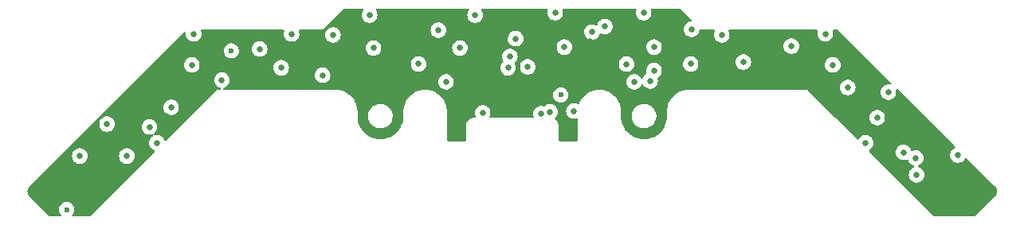
<source format=gbr>
%TF.GenerationSoftware,KiCad,Pcbnew,8.0.4*%
%TF.CreationDate,2024-11-30T14:16:15+01:00*%
%TF.ProjectId,Sensor_PCB,53656e73-6f72-45f5-9043-422e6b696361,rev?*%
%TF.SameCoordinates,Original*%
%TF.FileFunction,Copper,L3,Inr*%
%TF.FilePolarity,Positive*%
%FSLAX46Y46*%
G04 Gerber Fmt 4.6, Leading zero omitted, Abs format (unit mm)*
G04 Created by KiCad (PCBNEW 8.0.4) date 2024-11-30 14:16:15*
%MOMM*%
%LPD*%
G01*
G04 APERTURE LIST*
%TA.AperFunction,ViaPad*%
%ADD10C,0.650000*%
%TD*%
%TA.AperFunction,ViaPad*%
%ADD11C,0.600000*%
%TD*%
G04 APERTURE END LIST*
D10*
%TO.N,+5V*%
X132200000Y-52700000D03*
X117250000Y-57800000D03*
X113600000Y-50000000D03*
D11*
X83400000Y-51300000D03*
D10*
X132300000Y-49000000D03*
X116300000Y-58000000D03*
X112800000Y-53100000D03*
X154800000Y-62100000D03*
X148900000Y-55200000D03*
X94200000Y-49600000D03*
X121700000Y-49300000D03*
D11*
X118400000Y-56000000D03*
X65900000Y-68200000D03*
D10*
%TO.N,GND*%
X163000000Y-65400000D03*
X131000000Y-50600000D03*
X83100000Y-52600000D03*
X102300000Y-50500000D03*
X111800000Y-50700000D03*
X121500000Y-51600000D03*
X156500000Y-60300000D03*
X121500000Y-50300000D03*
X63800000Y-64500000D03*
X140500000Y-52200000D03*
X108625000Y-56400000D03*
X149700000Y-52600000D03*
X93000000Y-52700000D03*
X70400000Y-57900000D03*
%TO.N,Net-(C3-Pad1)*%
X72300000Y-62500000D03*
%TO.N,Net-(C4-Pad1)*%
X79200000Y-52800000D03*
%TO.N,Net-(C5-Pad1)*%
X98500000Y-51000000D03*
%TO.N,Net-(C6-Pad1)*%
X118800000Y-50900000D03*
%TO.N,Net-(C7-Pad1)*%
X137800000Y-52500000D03*
%TO.N,Net-(C8-Pad1)*%
X152014492Y-58414492D03*
%TO.N,Net-(C9-Pad1)*%
X77000000Y-57300000D03*
%TO.N,Net-(C10-Pad1)*%
X88700000Y-53100000D03*
%TO.N,Net-(C11-Pad1)*%
X107700000Y-51000000D03*
%TO.N,Net-(C12-Pad1)*%
X128300000Y-50900000D03*
%TO.N,Net-(C13-Pad1)*%
X147300000Y-52800000D03*
%TO.N,Net-(C14-Pad1)*%
X156200000Y-64500000D03*
%TO.N,Net-(IC1-Pad4)*%
X67300000Y-62500000D03*
%TO.N,Net-(IC3-Pad4)*%
X98100000Y-47500000D03*
%TO.N,Net-(IC5-Pad4)*%
X135500000Y-49600000D03*
%TO.N,Net-(IC8-Pad1)*%
X89800000Y-49500000D03*
%TO.N,Net-(IC10-Pad1)*%
X127200000Y-47250000D03*
%TO.N,Net-(IC12-Pad1)*%
X160600000Y-62400000D03*
%TO.N,SENSOR1*%
X75500000Y-61100000D03*
%TO.N,SENSOR3*%
X82400000Y-54400000D03*
%TO.N,SENSOR5*%
X103300000Y-52700000D03*
%TO.N,SENSOR7*%
X114900000Y-53000000D03*
%TO.N,SENSOR9*%
X128300000Y-53400000D03*
%TO.N,SENSOR11*%
X126200000Y-54600000D03*
%TO.N,SENSOR2*%
X106200000Y-54600000D03*
%TO.N,SENSOR4*%
X93100000Y-53900000D03*
%TO.N,SENSOR6*%
X113000000Y-51900000D03*
%TO.N,SENSOR8*%
X125400000Y-52706980D03*
%TO.N,SENSOR10*%
X127900000Y-54500000D03*
%TO.N,SENSOR12*%
X150800000Y-61100000D03*
%TO.N,LED_ON*%
X110100000Y-57900000D03*
%TO.N,Net-(IC2-Pad4)*%
X79400000Y-49500000D03*
%TO.N,Net-(IC4-Pad4)*%
X117800000Y-47250000D03*
%TO.N,Net-(IC6-Pad4)*%
X153200000Y-55700000D03*
%TO.N,Net-(IC7-Pad1)*%
X70200000Y-59100000D03*
%TO.N,Net-(IC9-Pad1)*%
X109300000Y-47500000D03*
%TO.N,Net-(IC11-Pad1)*%
X146500000Y-49500000D03*
%TO.N,Line_4*%
X142900000Y-50800000D03*
X156100000Y-62700000D03*
X86400000Y-51100000D03*
X74700000Y-59400000D03*
X119800000Y-57700000D03*
X123100000Y-48700000D03*
X105400000Y-49100000D03*
%TD*%
%TA.AperFunction,Conductor*%
%TO.N,GND*%
G36*
X97407544Y-46820185D02*
G01*
X97453299Y-46872989D01*
X97463243Y-46942147D01*
X97434218Y-47005703D01*
X97432655Y-47007472D01*
X97428476Y-47012112D01*
X97341712Y-47162391D01*
X97288093Y-47327420D01*
X97288092Y-47327424D01*
X97269953Y-47500000D01*
X97288092Y-47672576D01*
X97288093Y-47672579D01*
X97341712Y-47837608D01*
X97428477Y-47987887D01*
X97428476Y-47987887D01*
X97524434Y-48094459D01*
X97544590Y-48116845D01*
X97623700Y-48174322D01*
X97684976Y-48218842D01*
X97843495Y-48289420D01*
X97843501Y-48289422D01*
X98013236Y-48325500D01*
X98013237Y-48325500D01*
X98186762Y-48325500D01*
X98186764Y-48325500D01*
X98356499Y-48289422D01*
X98356501Y-48289420D01*
X98356504Y-48289420D01*
X98409899Y-48265646D01*
X98515024Y-48218842D01*
X98655410Y-48116845D01*
X98771522Y-47987889D01*
X98858286Y-47837611D01*
X98911908Y-47672576D01*
X98930047Y-47500000D01*
X98911908Y-47327424D01*
X98858286Y-47162389D01*
X98771522Y-47012111D01*
X98767344Y-47007471D01*
X98737115Y-46944480D01*
X98745740Y-46875145D01*
X98790482Y-46821480D01*
X98857134Y-46800522D01*
X98859495Y-46800500D01*
X108540505Y-46800500D01*
X108607544Y-46820185D01*
X108653299Y-46872989D01*
X108663243Y-46942147D01*
X108634218Y-47005703D01*
X108632655Y-47007472D01*
X108628476Y-47012112D01*
X108541712Y-47162391D01*
X108488093Y-47327420D01*
X108488092Y-47327424D01*
X108469953Y-47500000D01*
X108488092Y-47672576D01*
X108488093Y-47672579D01*
X108541712Y-47837608D01*
X108628477Y-47987887D01*
X108628476Y-47987887D01*
X108724434Y-48094459D01*
X108744590Y-48116845D01*
X108823700Y-48174322D01*
X108884976Y-48218842D01*
X109043495Y-48289420D01*
X109043501Y-48289422D01*
X109213236Y-48325500D01*
X109213237Y-48325500D01*
X109386762Y-48325500D01*
X109386764Y-48325500D01*
X109556499Y-48289422D01*
X109556501Y-48289420D01*
X109556504Y-48289420D01*
X109609899Y-48265646D01*
X109715024Y-48218842D01*
X109855410Y-48116845D01*
X109971522Y-47987889D01*
X110058286Y-47837611D01*
X110111908Y-47672576D01*
X110130047Y-47500000D01*
X110111908Y-47327424D01*
X110058286Y-47162389D01*
X109971522Y-47012111D01*
X109967344Y-47007471D01*
X109937115Y-46944480D01*
X109945740Y-46875145D01*
X109990482Y-46821480D01*
X110057134Y-46800522D01*
X110059495Y-46800500D01*
X113210438Y-46800500D01*
X116907398Y-46800500D01*
X116974437Y-46820185D01*
X117020192Y-46872989D01*
X117030136Y-46942147D01*
X117025329Y-46962817D01*
X117009313Y-47012112D01*
X116988092Y-47077424D01*
X116969953Y-47250000D01*
X116988092Y-47422576D01*
X116988093Y-47422579D01*
X117041712Y-47587608D01*
X117128477Y-47737887D01*
X117128476Y-47737887D01*
X117128478Y-47737889D01*
X117244590Y-47866845D01*
X117377546Y-47963444D01*
X117384976Y-47968842D01*
X117543495Y-48039420D01*
X117543501Y-48039422D01*
X117713236Y-48075500D01*
X117713237Y-48075500D01*
X117886762Y-48075500D01*
X117886764Y-48075500D01*
X118056499Y-48039422D01*
X118056501Y-48039420D01*
X118056504Y-48039420D01*
X118109899Y-48015646D01*
X118215024Y-47968842D01*
X118355410Y-47866845D01*
X118471522Y-47737889D01*
X118558286Y-47587611D01*
X118611908Y-47422576D01*
X118630047Y-47250000D01*
X118611908Y-47077424D01*
X118574671Y-46962817D01*
X118572676Y-46892976D01*
X118608757Y-46833143D01*
X118671458Y-46802316D01*
X118692602Y-46800500D01*
X126307398Y-46800500D01*
X126374437Y-46820185D01*
X126420192Y-46872989D01*
X126430136Y-46942147D01*
X126425329Y-46962817D01*
X126409313Y-47012112D01*
X126388092Y-47077424D01*
X126369953Y-47250000D01*
X126388092Y-47422576D01*
X126388093Y-47422579D01*
X126441712Y-47587608D01*
X126528477Y-47737887D01*
X126528476Y-47737887D01*
X126528478Y-47737889D01*
X126644590Y-47866845D01*
X126777546Y-47963444D01*
X126784976Y-47968842D01*
X126943495Y-48039420D01*
X126943501Y-48039422D01*
X127113236Y-48075500D01*
X127113237Y-48075500D01*
X127286762Y-48075500D01*
X127286764Y-48075500D01*
X127456499Y-48039422D01*
X127456501Y-48039420D01*
X127456504Y-48039420D01*
X127509899Y-48015646D01*
X127615024Y-47968842D01*
X127755410Y-47866845D01*
X127871522Y-47737889D01*
X127958286Y-47587611D01*
X128011908Y-47422576D01*
X128030047Y-47250000D01*
X128011908Y-47077424D01*
X127974671Y-46962817D01*
X127972676Y-46892976D01*
X128008757Y-46833143D01*
X128071458Y-46802316D01*
X128092602Y-46800500D01*
X131074167Y-46800500D01*
X131141206Y-46820185D01*
X131161848Y-46836819D01*
X132288473Y-47963444D01*
X132321958Y-48024767D01*
X132316974Y-48094459D01*
X132275102Y-48150392D01*
X132219398Y-48172234D01*
X132219593Y-48173149D01*
X132214072Y-48174322D01*
X132213760Y-48174445D01*
X132213236Y-48174500D01*
X132043501Y-48210577D01*
X132043496Y-48210579D01*
X131884977Y-48281157D01*
X131884972Y-48281160D01*
X131744591Y-48383153D01*
X131744589Y-48383155D01*
X131628477Y-48512112D01*
X131541712Y-48662391D01*
X131493565Y-48810578D01*
X131488092Y-48827424D01*
X131469953Y-49000000D01*
X131488092Y-49172576D01*
X131488093Y-49172579D01*
X131541712Y-49337608D01*
X131628477Y-49487887D01*
X131628476Y-49487887D01*
X131629857Y-49489420D01*
X131744590Y-49616845D01*
X131821297Y-49672576D01*
X131884976Y-49718842D01*
X132043495Y-49789420D01*
X132043501Y-49789422D01*
X132213236Y-49825500D01*
X132213237Y-49825500D01*
X132386762Y-49825500D01*
X132386764Y-49825500D01*
X132556499Y-49789422D01*
X132556501Y-49789420D01*
X132556504Y-49789420D01*
X132609899Y-49765646D01*
X132715024Y-49718842D01*
X132855410Y-49616845D01*
X132971522Y-49487889D01*
X133058286Y-49337611D01*
X133111908Y-49172576D01*
X133121670Y-49079696D01*
X133148254Y-49015086D01*
X133205551Y-48975101D01*
X133275370Y-48972441D01*
X133307515Y-48988015D01*
X133308451Y-48986396D01*
X133315487Y-48990458D01*
X133315489Y-48990460D01*
X133332013Y-49000000D01*
X133384008Y-49030020D01*
X133384012Y-49030022D01*
X133460438Y-49050500D01*
X134649274Y-49050500D01*
X134716313Y-49070185D01*
X134762068Y-49122989D01*
X134772012Y-49192147D01*
X134756662Y-49236499D01*
X134741712Y-49262392D01*
X134690880Y-49418842D01*
X134688092Y-49427424D01*
X134669953Y-49600000D01*
X134688092Y-49772576D01*
X134688093Y-49772579D01*
X134741712Y-49937608D01*
X134828477Y-50087887D01*
X134828476Y-50087887D01*
X134914256Y-50183155D01*
X134944590Y-50216845D01*
X135044483Y-50289422D01*
X135084976Y-50318842D01*
X135243495Y-50389420D01*
X135243501Y-50389422D01*
X135413236Y-50425500D01*
X135413237Y-50425500D01*
X135586762Y-50425500D01*
X135586764Y-50425500D01*
X135756499Y-50389422D01*
X135756501Y-50389420D01*
X135756504Y-50389420D01*
X135872868Y-50337611D01*
X135915024Y-50318842D01*
X136055410Y-50216845D01*
X136171522Y-50087889D01*
X136258286Y-49937611D01*
X136311908Y-49772576D01*
X136330047Y-49600000D01*
X136311908Y-49427424D01*
X136258286Y-49262389D01*
X136243337Y-49236498D01*
X136226866Y-49168599D01*
X136249719Y-49102572D01*
X136304641Y-49059382D01*
X136350726Y-49050500D01*
X145607398Y-49050500D01*
X145674437Y-49070185D01*
X145720192Y-49122989D01*
X145730136Y-49192147D01*
X145725329Y-49212817D01*
X145703124Y-49281160D01*
X145688092Y-49327424D01*
X145669953Y-49500000D01*
X145688092Y-49672576D01*
X145688093Y-49672579D01*
X145741712Y-49837608D01*
X145828477Y-49987887D01*
X145828476Y-49987887D01*
X145919897Y-50089420D01*
X145944590Y-50116845D01*
X146035859Y-50183156D01*
X146084976Y-50218842D01*
X146243495Y-50289420D01*
X146243501Y-50289422D01*
X146413236Y-50325500D01*
X146413237Y-50325500D01*
X146586762Y-50325500D01*
X146586764Y-50325500D01*
X146756499Y-50289422D01*
X146756501Y-50289420D01*
X146756504Y-50289420D01*
X146809899Y-50265646D01*
X146915024Y-50218842D01*
X147055410Y-50116845D01*
X147171522Y-49987889D01*
X147258286Y-49837611D01*
X147311908Y-49672576D01*
X147330047Y-49500000D01*
X147311908Y-49327424D01*
X147274671Y-49212817D01*
X147272676Y-49142976D01*
X147308757Y-49083143D01*
X147371458Y-49052316D01*
X147392602Y-49050500D01*
X147824167Y-49050500D01*
X147891206Y-49070185D01*
X147911848Y-49086819D01*
X153514941Y-54689912D01*
X153548426Y-54751235D01*
X153543442Y-54820927D01*
X153501570Y-54876860D01*
X153436106Y-54901277D01*
X153401480Y-54898883D01*
X153286764Y-54874500D01*
X153113236Y-54874500D01*
X153098967Y-54877533D01*
X152943501Y-54910577D01*
X152943496Y-54910579D01*
X152784977Y-54981157D01*
X152784972Y-54981160D01*
X152644591Y-55083153D01*
X152644589Y-55083155D01*
X152528477Y-55212112D01*
X152441712Y-55362391D01*
X152388093Y-55527420D01*
X152388092Y-55527424D01*
X152369953Y-55700000D01*
X152388092Y-55872576D01*
X152388093Y-55872579D01*
X152441712Y-56037608D01*
X152528477Y-56187887D01*
X152528476Y-56187887D01*
X152528478Y-56187889D01*
X152644590Y-56316845D01*
X152784976Y-56418842D01*
X152943495Y-56489420D01*
X152943501Y-56489422D01*
X153113236Y-56525500D01*
X153113237Y-56525500D01*
X153286762Y-56525500D01*
X153286764Y-56525500D01*
X153456499Y-56489422D01*
X153456501Y-56489420D01*
X153456504Y-56489420D01*
X153509995Y-56465604D01*
X153615024Y-56418842D01*
X153755410Y-56316845D01*
X153871522Y-56187889D01*
X153958286Y-56037611D01*
X154011908Y-55872576D01*
X154030047Y-55700000D01*
X154011908Y-55527424D01*
X154007607Y-55514189D01*
X154005611Y-55444350D01*
X154041691Y-55384517D01*
X154104391Y-55353687D01*
X154173806Y-55361651D01*
X154213219Y-55388190D01*
X160279655Y-61454626D01*
X160313140Y-61515949D01*
X160308156Y-61585641D01*
X160266284Y-61641574D01*
X160242411Y-61655586D01*
X160184974Y-61681159D01*
X160184972Y-61681160D01*
X160044591Y-61783153D01*
X160044589Y-61783155D01*
X159928477Y-61912112D01*
X159841712Y-62062391D01*
X159793067Y-62212111D01*
X159788092Y-62227424D01*
X159769953Y-62400000D01*
X159788092Y-62572576D01*
X159788093Y-62572579D01*
X159841712Y-62737608D01*
X159928477Y-62887887D01*
X159928476Y-62887887D01*
X159929857Y-62889420D01*
X160044590Y-63016845D01*
X160073168Y-63037608D01*
X160184976Y-63118842D01*
X160343495Y-63189420D01*
X160343501Y-63189422D01*
X160513236Y-63225500D01*
X160513237Y-63225500D01*
X160686762Y-63225500D01*
X160686764Y-63225500D01*
X160856499Y-63189422D01*
X160856501Y-63189420D01*
X160856504Y-63189420D01*
X160909899Y-63165646D01*
X161015024Y-63118842D01*
X161155410Y-63016845D01*
X161271522Y-62887889D01*
X161352286Y-62748002D01*
X161402850Y-62699789D01*
X161471457Y-62686565D01*
X161536322Y-62712533D01*
X161547352Y-62722323D01*
X164503858Y-65678829D01*
X164503859Y-65678831D01*
X164503860Y-65678831D01*
X164533210Y-65708182D01*
X164541380Y-65717197D01*
X164624302Y-65818237D01*
X164637805Y-65838445D01*
X164696541Y-65948333D01*
X164705839Y-65970779D01*
X164736216Y-66070917D01*
X164742008Y-66090011D01*
X164746750Y-66113852D01*
X164758962Y-66237846D01*
X164758962Y-66262154D01*
X164746750Y-66386147D01*
X164742008Y-66409988D01*
X164705842Y-66529213D01*
X164696539Y-66551672D01*
X164637807Y-66661551D01*
X164624302Y-66681762D01*
X164541380Y-66782802D01*
X164533212Y-66791815D01*
X164509542Y-66815487D01*
X164509538Y-66815490D01*
X162411848Y-68913181D01*
X162350525Y-68946666D01*
X162324167Y-68949500D01*
X158175833Y-68949500D01*
X158108794Y-68929815D01*
X158088152Y-68913181D01*
X151274971Y-62100000D01*
X153969953Y-62100000D01*
X153988092Y-62272576D01*
X153988093Y-62272579D01*
X154041712Y-62437608D01*
X154128477Y-62587887D01*
X154128476Y-62587887D01*
X154128478Y-62587889D01*
X154244590Y-62716845D01*
X154252130Y-62722323D01*
X154384976Y-62818842D01*
X154543495Y-62889420D01*
X154543501Y-62889422D01*
X154713236Y-62925500D01*
X154713237Y-62925500D01*
X154886762Y-62925500D01*
X154886764Y-62925500D01*
X155056499Y-62889422D01*
X155056501Y-62889420D01*
X155056504Y-62889420D01*
X155137794Y-62853227D01*
X155207044Y-62843942D01*
X155270320Y-62873570D01*
X155306161Y-62928189D01*
X155341712Y-63037608D01*
X155428477Y-63187887D01*
X155428476Y-63187887D01*
X155519897Y-63289420D01*
X155544590Y-63316845D01*
X155556503Y-63325500D01*
X155684976Y-63418842D01*
X155843495Y-63489420D01*
X155843497Y-63489420D01*
X155843501Y-63489422D01*
X155874108Y-63495927D01*
X155935588Y-63529118D01*
X155969365Y-63590281D01*
X155964713Y-63659995D01*
X155923109Y-63716128D01*
X155898763Y-63730496D01*
X155784974Y-63781159D01*
X155784972Y-63781160D01*
X155644591Y-63883153D01*
X155644589Y-63883155D01*
X155528477Y-64012112D01*
X155441712Y-64162391D01*
X155388093Y-64327420D01*
X155388092Y-64327424D01*
X155369953Y-64500000D01*
X155388092Y-64672576D01*
X155388093Y-64672579D01*
X155441712Y-64837608D01*
X155528477Y-64987887D01*
X155528476Y-64987887D01*
X155528478Y-64987889D01*
X155644590Y-65116845D01*
X155784976Y-65218842D01*
X155943495Y-65289420D01*
X155943501Y-65289422D01*
X156113236Y-65325500D01*
X156113237Y-65325500D01*
X156286762Y-65325500D01*
X156286764Y-65325500D01*
X156456499Y-65289422D01*
X156456501Y-65289420D01*
X156456504Y-65289420D01*
X156536372Y-65253860D01*
X156615024Y-65218842D01*
X156755410Y-65116845D01*
X156871522Y-64987889D01*
X156958286Y-64837611D01*
X157011908Y-64672576D01*
X157030047Y-64500000D01*
X157011908Y-64327424D01*
X156958286Y-64162389D01*
X156871522Y-64012111D01*
X156755410Y-63883155D01*
X156615027Y-63781160D01*
X156615023Y-63781157D01*
X156456504Y-63710579D01*
X156456499Y-63710578D01*
X156425891Y-63704072D01*
X156364409Y-63670879D01*
X156330633Y-63609716D01*
X156335287Y-63540001D01*
X156376892Y-63483869D01*
X156401231Y-63469505D01*
X156515024Y-63418842D01*
X156655410Y-63316845D01*
X156771522Y-63187889D01*
X156858286Y-63037611D01*
X156911908Y-62872576D01*
X156930047Y-62700000D01*
X156911908Y-62527424D01*
X156858286Y-62362389D01*
X156771522Y-62212111D01*
X156655410Y-62083155D01*
X156515024Y-61981158D01*
X156515023Y-61981157D01*
X156356504Y-61910579D01*
X156356498Y-61910577D01*
X156222841Y-61882168D01*
X156186764Y-61874500D01*
X156013236Y-61874500D01*
X155983483Y-61880824D01*
X155843501Y-61910577D01*
X155843496Y-61910579D01*
X155762205Y-61946773D01*
X155692955Y-61956058D01*
X155629678Y-61926430D01*
X155593840Y-61871815D01*
X155558286Y-61762389D01*
X155471522Y-61612111D01*
X155447689Y-61585641D01*
X155355411Y-61483156D01*
X155215023Y-61381157D01*
X155056504Y-61310579D01*
X155056498Y-61310577D01*
X154922841Y-61282168D01*
X154886764Y-61274500D01*
X154713236Y-61274500D01*
X154683483Y-61280824D01*
X154543501Y-61310577D01*
X154543496Y-61310579D01*
X154384977Y-61381157D01*
X154384972Y-61381160D01*
X154244591Y-61483153D01*
X154244589Y-61483155D01*
X154128477Y-61612112D01*
X154041712Y-61762391D01*
X153993565Y-61910578D01*
X153988092Y-61927424D01*
X153969953Y-62100000D01*
X151274971Y-62100000D01*
X151189050Y-62014079D01*
X151155565Y-61952756D01*
X151160549Y-61883064D01*
X151202421Y-61827131D01*
X151214738Y-61819007D01*
X151215019Y-61818843D01*
X151215024Y-61818842D01*
X151355410Y-61716845D01*
X151471522Y-61587889D01*
X151558286Y-61437611D01*
X151611908Y-61272576D01*
X151630047Y-61100000D01*
X151611908Y-60927424D01*
X151558286Y-60762389D01*
X151471522Y-60612111D01*
X151355410Y-60483155D01*
X151267006Y-60418925D01*
X151215023Y-60381157D01*
X151056504Y-60310579D01*
X151056498Y-60310577D01*
X150922841Y-60282168D01*
X150886764Y-60274500D01*
X150713236Y-60274500D01*
X150683483Y-60280824D01*
X150543501Y-60310577D01*
X150543496Y-60310579D01*
X150384977Y-60381157D01*
X150384972Y-60381160D01*
X150244591Y-60483153D01*
X150244589Y-60483155D01*
X150128476Y-60612112D01*
X150128474Y-60612115D01*
X150084316Y-60688598D01*
X150033749Y-60736813D01*
X149965141Y-60750035D01*
X149900277Y-60724067D01*
X149889249Y-60714278D01*
X147589463Y-58414492D01*
X151184445Y-58414492D01*
X151202584Y-58587068D01*
X151202585Y-58587071D01*
X151256204Y-58752100D01*
X151300504Y-58828829D01*
X151324762Y-58870845D01*
X151342969Y-58902379D01*
X151342968Y-58902379D01*
X151445725Y-59016502D01*
X151459082Y-59031337D01*
X151553588Y-59100000D01*
X151599468Y-59133334D01*
X151757987Y-59203912D01*
X151757993Y-59203914D01*
X151927728Y-59239992D01*
X151927729Y-59239992D01*
X152101254Y-59239992D01*
X152101256Y-59239992D01*
X152270991Y-59203914D01*
X152270993Y-59203912D01*
X152270996Y-59203912D01*
X152324391Y-59180138D01*
X152429516Y-59133334D01*
X152569902Y-59031337D01*
X152686014Y-58902381D01*
X152772778Y-58752103D01*
X152826400Y-58587068D01*
X152844539Y-58414492D01*
X152826400Y-58241916D01*
X152772778Y-58076881D01*
X152686014Y-57926603D01*
X152569902Y-57797647D01*
X152473249Y-57727424D01*
X152429515Y-57695649D01*
X152270996Y-57625071D01*
X152270990Y-57625069D01*
X152137333Y-57596660D01*
X152101256Y-57588992D01*
X151927728Y-57588992D01*
X151897975Y-57595316D01*
X151757993Y-57625069D01*
X151757988Y-57625071D01*
X151599469Y-57695649D01*
X151599464Y-57695652D01*
X151459083Y-57797645D01*
X151459081Y-57797647D01*
X151342969Y-57926604D01*
X151256204Y-58076883D01*
X151202585Y-58241912D01*
X151202584Y-58241916D01*
X151184445Y-58414492D01*
X147589463Y-58414492D01*
X144684512Y-55509541D01*
X144684507Y-55509537D01*
X144664069Y-55497737D01*
X144664067Y-55497737D01*
X144637188Y-55482218D01*
X144615990Y-55469979D01*
X144590513Y-55463152D01*
X144539562Y-55449500D01*
X133539562Y-55449500D01*
X132047595Y-55449500D01*
X132000000Y-55449500D01*
X131860845Y-55449500D01*
X131860842Y-55449500D01*
X131695077Y-55469627D01*
X131584565Y-55483046D01*
X131477075Y-55509540D01*
X131314337Y-55549651D01*
X131054115Y-55648341D01*
X130807691Y-55777676D01*
X130807682Y-55777681D01*
X130578650Y-55935770D01*
X130578647Y-55935772D01*
X130578645Y-55935774D01*
X130370327Y-56120327D01*
X130310473Y-56187889D01*
X130185770Y-56328650D01*
X130027681Y-56557682D01*
X130027676Y-56557691D01*
X129898341Y-56804115D01*
X129799651Y-57064337D01*
X129784103Y-57127420D01*
X129733046Y-57334565D01*
X129727146Y-57383155D01*
X129699500Y-57610842D01*
X129699500Y-58246249D01*
X129699274Y-58253736D01*
X129682092Y-58537769D01*
X129680287Y-58552633D01*
X129629673Y-58828829D01*
X129626089Y-58843369D01*
X129542555Y-59111438D01*
X129537246Y-59125438D01*
X129422002Y-59381500D01*
X129415043Y-59394759D01*
X129269779Y-59635056D01*
X129261273Y-59647379D01*
X129088100Y-59868417D01*
X129078170Y-59879625D01*
X128879625Y-60078170D01*
X128868417Y-60088100D01*
X128647379Y-60261273D01*
X128635056Y-60269779D01*
X128394759Y-60415043D01*
X128381500Y-60422002D01*
X128125438Y-60537246D01*
X128111438Y-60542555D01*
X127843369Y-60626089D01*
X127828829Y-60629673D01*
X127552633Y-60680287D01*
X127537769Y-60682092D01*
X127257487Y-60699047D01*
X127242513Y-60699047D01*
X126962230Y-60682092D01*
X126947366Y-60680287D01*
X126671170Y-60629673D01*
X126656630Y-60626089D01*
X126388561Y-60542555D01*
X126374561Y-60537246D01*
X126118499Y-60422002D01*
X126105240Y-60415043D01*
X125864943Y-60269779D01*
X125852620Y-60261273D01*
X125806959Y-60225500D01*
X125631582Y-60088100D01*
X125620374Y-60078170D01*
X125421829Y-59879625D01*
X125411899Y-59868417D01*
X125309419Y-59737611D01*
X125238722Y-59647373D01*
X125230224Y-59635062D01*
X125084955Y-59394758D01*
X125077997Y-59381500D01*
X125008651Y-59227420D01*
X124962751Y-59125434D01*
X124957447Y-59111447D01*
X124873907Y-58843358D01*
X124870326Y-58828829D01*
X124861956Y-58783156D01*
X124819711Y-58552632D01*
X124817907Y-58537769D01*
X124814982Y-58489420D01*
X124800726Y-58253736D01*
X124800500Y-58246249D01*
X124800500Y-58147648D01*
X125949500Y-58147648D01*
X125949500Y-58352351D01*
X125981522Y-58554534D01*
X126044781Y-58749223D01*
X126085343Y-58828829D01*
X126135580Y-58927424D01*
X126137715Y-58931613D01*
X126258028Y-59097213D01*
X126402786Y-59241971D01*
X126557749Y-59354556D01*
X126568390Y-59362287D01*
X126680117Y-59419215D01*
X126750776Y-59455218D01*
X126750778Y-59455218D01*
X126750781Y-59455220D01*
X126855137Y-59489127D01*
X126945465Y-59518477D01*
X127046557Y-59534488D01*
X127147648Y-59550500D01*
X127147649Y-59550500D01*
X127352351Y-59550500D01*
X127352352Y-59550500D01*
X127554534Y-59518477D01*
X127749219Y-59455220D01*
X127931610Y-59362287D01*
X128024590Y-59294732D01*
X128097213Y-59241971D01*
X128097215Y-59241968D01*
X128097219Y-59241966D01*
X128241966Y-59097219D01*
X128241968Y-59097215D01*
X128241971Y-59097213D01*
X128300613Y-59016498D01*
X128362287Y-58931610D01*
X128455220Y-58749219D01*
X128518477Y-58554534D01*
X128550500Y-58352352D01*
X128550500Y-58147648D01*
X128530099Y-58018842D01*
X128518477Y-57945465D01*
X128480123Y-57827424D01*
X128455220Y-57750781D01*
X128455218Y-57750778D01*
X128455218Y-57750776D01*
X128391167Y-57625071D01*
X128362287Y-57568390D01*
X128321399Y-57512112D01*
X128241971Y-57402786D01*
X128097213Y-57258028D01*
X127931613Y-57137715D01*
X127931612Y-57137714D01*
X127931610Y-57137713D01*
X127874653Y-57108691D01*
X127749223Y-57044781D01*
X127554534Y-56981522D01*
X127379995Y-56953878D01*
X127352352Y-56949500D01*
X127147648Y-56949500D01*
X127123329Y-56953351D01*
X126945465Y-56981522D01*
X126750776Y-57044781D01*
X126568386Y-57137715D01*
X126402786Y-57258028D01*
X126258028Y-57402786D01*
X126137715Y-57568386D01*
X126044781Y-57750776D01*
X125981522Y-57945465D01*
X125949500Y-58147648D01*
X124800500Y-58147648D01*
X124800500Y-57610842D01*
X124790371Y-57527424D01*
X124766954Y-57334565D01*
X124700350Y-57064343D01*
X124668940Y-56981523D01*
X124601658Y-56804115D01*
X124538173Y-56683156D01*
X124472323Y-56557689D01*
X124314226Y-56328645D01*
X124129673Y-56120327D01*
X123921355Y-55935774D01*
X123692311Y-55777677D01*
X123607728Y-55733284D01*
X123445884Y-55648341D01*
X123185662Y-55549651D01*
X123095483Y-55527424D01*
X122915435Y-55483046D01*
X122777295Y-55466273D01*
X122639158Y-55449500D01*
X122639155Y-55449500D01*
X122547595Y-55449500D01*
X122500000Y-55449500D01*
X122360845Y-55449500D01*
X122360842Y-55449500D01*
X122195077Y-55469627D01*
X122084565Y-55483046D01*
X121977075Y-55509540D01*
X121814337Y-55549651D01*
X121554115Y-55648341D01*
X121307691Y-55777676D01*
X121307682Y-55777681D01*
X121078650Y-55935770D01*
X121078647Y-55935772D01*
X121078645Y-55935774D01*
X120870327Y-56120327D01*
X120810473Y-56187889D01*
X120685770Y-56328650D01*
X120527681Y-56557682D01*
X120527676Y-56557691D01*
X120398343Y-56804112D01*
X120360938Y-56902740D01*
X120318759Y-56958442D01*
X120253162Y-56982499D01*
X120194560Y-56972047D01*
X120056504Y-56910579D01*
X120056498Y-56910577D01*
X119922841Y-56882168D01*
X119886764Y-56874500D01*
X119713236Y-56874500D01*
X119683483Y-56880824D01*
X119543501Y-56910577D01*
X119543496Y-56910579D01*
X119384977Y-56981157D01*
X119384972Y-56981160D01*
X119244591Y-57083153D01*
X119244589Y-57083155D01*
X119128477Y-57212112D01*
X119041712Y-57362391D01*
X118993067Y-57512111D01*
X118988092Y-57527424D01*
X118969953Y-57700000D01*
X118988092Y-57872576D01*
X118988093Y-57872579D01*
X119041712Y-58037608D01*
X119128477Y-58187887D01*
X119128476Y-58187887D01*
X119236494Y-58307853D01*
X119244590Y-58316845D01*
X119342373Y-58387889D01*
X119384976Y-58418842D01*
X119543495Y-58489420D01*
X119543501Y-58489422D01*
X119713236Y-58525500D01*
X119713237Y-58525500D01*
X119886762Y-58525500D01*
X119886764Y-58525500D01*
X120049719Y-58490863D01*
X120119386Y-58496179D01*
X120175120Y-58538316D01*
X120199225Y-58603896D01*
X120199500Y-58612153D01*
X120199500Y-60740244D01*
X120197973Y-60759644D01*
X120192808Y-60792251D01*
X120180820Y-60829146D01*
X120170314Y-60849765D01*
X120147510Y-60881151D01*
X120131151Y-60897510D01*
X120099765Y-60920314D01*
X120079146Y-60930820D01*
X120042251Y-60942808D01*
X120029663Y-60944801D01*
X120009638Y-60947973D01*
X119990244Y-60949500D01*
X118363342Y-60949500D01*
X118343938Y-60947972D01*
X118311307Y-60942801D01*
X118274420Y-60930815D01*
X118253777Y-60920297D01*
X118222398Y-60897500D01*
X118206009Y-60881113D01*
X118183215Y-60849743D01*
X118178486Y-60840466D01*
X118172694Y-60829101D01*
X118160703Y-60792218D01*
X118155581Y-60759914D01*
X118154053Y-60740504D01*
X118154053Y-59202545D01*
X118154008Y-59201883D01*
X118154015Y-59171213D01*
X118123275Y-59016543D01*
X118062946Y-58870845D01*
X117975348Y-58739719D01*
X117975322Y-58739693D01*
X117863849Y-58628207D01*
X117863847Y-58628206D01*
X117827666Y-58604030D01*
X117782862Y-58550418D01*
X117774155Y-58481093D01*
X117804310Y-58418066D01*
X117804408Y-58417957D01*
X117805407Y-58416846D01*
X117805410Y-58416845D01*
X117921522Y-58287889D01*
X118008286Y-58137611D01*
X118061908Y-57972576D01*
X118080047Y-57800000D01*
X118061908Y-57627424D01*
X118008286Y-57462389D01*
X117921522Y-57312111D01*
X117805410Y-57183155D01*
X117665024Y-57081158D01*
X117665023Y-57081157D01*
X117506504Y-57010579D01*
X117506498Y-57010577D01*
X117368083Y-56981157D01*
X117336764Y-56974500D01*
X117163236Y-56974500D01*
X117133483Y-56980824D01*
X116993501Y-57010577D01*
X116993496Y-57010579D01*
X116834977Y-57081157D01*
X116834972Y-57081160D01*
X116694590Y-57183154D01*
X116689761Y-57187503D01*
X116688070Y-57185625D01*
X116638211Y-57216325D01*
X116568354Y-57214975D01*
X116558186Y-57211126D01*
X116556497Y-57210577D01*
X116432579Y-57184238D01*
X116386764Y-57174500D01*
X116213236Y-57174500D01*
X116183483Y-57180824D01*
X116043501Y-57210577D01*
X116043496Y-57210579D01*
X115884977Y-57281157D01*
X115884972Y-57281160D01*
X115744591Y-57383153D01*
X115744589Y-57383155D01*
X115628477Y-57512112D01*
X115541712Y-57662391D01*
X115497002Y-57800000D01*
X115488092Y-57827424D01*
X115469953Y-58000000D01*
X115488092Y-58172576D01*
X115488093Y-58172579D01*
X115525329Y-58287183D01*
X115527324Y-58357024D01*
X115491243Y-58416857D01*
X115428542Y-58447684D01*
X115407398Y-58449500D01*
X110950726Y-58449500D01*
X110883687Y-58429815D01*
X110837932Y-58377011D01*
X110827988Y-58307853D01*
X110843338Y-58263501D01*
X110858286Y-58237611D01*
X110911908Y-58072576D01*
X110930047Y-57900000D01*
X110911908Y-57727424D01*
X110858286Y-57562389D01*
X110771522Y-57412111D01*
X110655410Y-57283155D01*
X110523757Y-57187503D01*
X110515023Y-57181157D01*
X110356504Y-57110579D01*
X110356498Y-57110577D01*
X110218083Y-57081157D01*
X110186764Y-57074500D01*
X110013236Y-57074500D01*
X109983483Y-57080824D01*
X109843501Y-57110577D01*
X109843496Y-57110579D01*
X109684977Y-57181157D01*
X109684972Y-57181160D01*
X109544591Y-57283153D01*
X109544589Y-57283155D01*
X109428477Y-57412112D01*
X109341712Y-57562391D01*
X109298415Y-57695652D01*
X109288092Y-57727424D01*
X109269953Y-57900000D01*
X109288092Y-58072576D01*
X109288093Y-58072579D01*
X109341712Y-58237607D01*
X109341713Y-58237609D01*
X109341714Y-58237611D01*
X109344200Y-58241916D01*
X109356662Y-58263501D01*
X109373134Y-58331401D01*
X109350281Y-58397428D01*
X109295359Y-58440618D01*
X109249274Y-58449500D01*
X109204033Y-58449500D01*
X109203959Y-58449494D01*
X109197822Y-58449494D01*
X109197644Y-58449442D01*
X109067570Y-58449454D01*
X108912922Y-58480230D01*
X108912918Y-58480231D01*
X108767247Y-58540584D01*
X108767242Y-58540587D01*
X108636142Y-58628197D01*
X108636135Y-58628203D01*
X108524648Y-58739703D01*
X108524645Y-58739706D01*
X108437048Y-58870815D01*
X108437045Y-58870820D01*
X108376708Y-59016498D01*
X108376707Y-59016501D01*
X108376707Y-59016502D01*
X108353593Y-59132713D01*
X108345946Y-59171159D01*
X108345947Y-59213991D01*
X108345947Y-60740241D01*
X108344420Y-60759640D01*
X108339257Y-60792236D01*
X108327266Y-60829137D01*
X108316766Y-60849742D01*
X108293957Y-60881131D01*
X108277608Y-60897477D01*
X108246224Y-60920276D01*
X108225618Y-60930774D01*
X108188713Y-60942762D01*
X108155782Y-60947974D01*
X108136388Y-60949498D01*
X108088935Y-60949494D01*
X108088861Y-60949500D01*
X106509756Y-60949500D01*
X106490360Y-60947973D01*
X106474110Y-60945399D01*
X106457749Y-60942808D01*
X106420853Y-60930820D01*
X106400234Y-60920314D01*
X106368848Y-60897510D01*
X106352489Y-60881151D01*
X106329685Y-60849765D01*
X106329674Y-60849743D01*
X106319178Y-60829144D01*
X106307192Y-60792253D01*
X106302025Y-60759630D01*
X106300500Y-60740244D01*
X106300500Y-57610842D01*
X106290371Y-57527424D01*
X106266954Y-57334565D01*
X106200350Y-57064343D01*
X106168940Y-56981523D01*
X106101658Y-56804115D01*
X106038173Y-56683156D01*
X105972323Y-56557689D01*
X105814226Y-56328645D01*
X105629673Y-56120327D01*
X105493847Y-55999996D01*
X117594435Y-55999996D01*
X117594435Y-56000003D01*
X117614630Y-56179249D01*
X117614631Y-56179254D01*
X117674211Y-56349523D01*
X117747150Y-56465604D01*
X117770184Y-56502262D01*
X117897738Y-56629816D01*
X118050478Y-56725789D01*
X118220745Y-56785368D01*
X118220750Y-56785369D01*
X118399996Y-56805565D01*
X118400000Y-56805565D01*
X118400004Y-56805565D01*
X118579249Y-56785369D01*
X118579252Y-56785368D01*
X118579255Y-56785368D01*
X118749522Y-56725789D01*
X118902262Y-56629816D01*
X119029816Y-56502262D01*
X119125789Y-56349522D01*
X119185368Y-56179255D01*
X119199875Y-56050500D01*
X119205565Y-56000003D01*
X119205565Y-55999996D01*
X119185369Y-55820750D01*
X119185368Y-55820745D01*
X119170298Y-55777677D01*
X119125789Y-55650478D01*
X119029816Y-55497738D01*
X118902262Y-55370184D01*
X118820552Y-55318842D01*
X118749523Y-55274211D01*
X118579254Y-55214631D01*
X118579249Y-55214630D01*
X118400004Y-55194435D01*
X118399996Y-55194435D01*
X118220750Y-55214630D01*
X118220745Y-55214631D01*
X118050476Y-55274211D01*
X117897737Y-55370184D01*
X117770184Y-55497737D01*
X117674211Y-55650476D01*
X117614631Y-55820745D01*
X117614630Y-55820750D01*
X117594435Y-55999996D01*
X105493847Y-55999996D01*
X105421355Y-55935774D01*
X105192311Y-55777677D01*
X105107728Y-55733284D01*
X104945884Y-55648341D01*
X104685662Y-55549651D01*
X104595483Y-55527424D01*
X104415435Y-55483046D01*
X104277295Y-55466273D01*
X104139158Y-55449500D01*
X104139155Y-55449500D01*
X104047595Y-55449500D01*
X104000000Y-55449500D01*
X103860845Y-55449500D01*
X103860842Y-55449500D01*
X103695077Y-55469627D01*
X103584565Y-55483046D01*
X103477075Y-55509540D01*
X103314337Y-55549651D01*
X103054115Y-55648341D01*
X102807691Y-55777676D01*
X102807682Y-55777681D01*
X102578650Y-55935770D01*
X102578647Y-55935772D01*
X102578645Y-55935774D01*
X102370327Y-56120327D01*
X102310473Y-56187889D01*
X102185770Y-56328650D01*
X102027681Y-56557682D01*
X102027676Y-56557691D01*
X101898341Y-56804115D01*
X101799651Y-57064337D01*
X101784103Y-57127420D01*
X101733046Y-57334565D01*
X101727146Y-57383155D01*
X101699500Y-57610842D01*
X101699500Y-58246249D01*
X101699274Y-58253736D01*
X101682092Y-58537769D01*
X101680287Y-58552633D01*
X101629673Y-58828829D01*
X101626089Y-58843369D01*
X101542555Y-59111438D01*
X101537246Y-59125438D01*
X101422002Y-59381500D01*
X101415043Y-59394759D01*
X101269779Y-59635056D01*
X101261273Y-59647379D01*
X101088100Y-59868417D01*
X101078170Y-59879625D01*
X100879625Y-60078170D01*
X100868417Y-60088100D01*
X100647379Y-60261273D01*
X100635056Y-60269779D01*
X100394759Y-60415043D01*
X100381500Y-60422002D01*
X100125438Y-60537246D01*
X100111438Y-60542555D01*
X99843369Y-60626089D01*
X99828829Y-60629673D01*
X99552633Y-60680287D01*
X99537769Y-60682092D01*
X99257487Y-60699047D01*
X99242513Y-60699047D01*
X98962230Y-60682092D01*
X98947366Y-60680287D01*
X98671170Y-60629673D01*
X98656630Y-60626089D01*
X98388561Y-60542555D01*
X98374561Y-60537246D01*
X98118499Y-60422002D01*
X98105240Y-60415043D01*
X97864943Y-60269779D01*
X97852620Y-60261273D01*
X97806959Y-60225500D01*
X97631582Y-60088100D01*
X97620374Y-60078170D01*
X97421829Y-59879625D01*
X97411899Y-59868417D01*
X97309419Y-59737611D01*
X97238722Y-59647373D01*
X97230224Y-59635062D01*
X97084955Y-59394758D01*
X97077997Y-59381500D01*
X97008651Y-59227420D01*
X96962751Y-59125434D01*
X96957447Y-59111447D01*
X96873907Y-58843358D01*
X96870326Y-58828829D01*
X96861956Y-58783156D01*
X96819711Y-58552632D01*
X96817907Y-58537769D01*
X96814982Y-58489420D01*
X96800726Y-58253736D01*
X96800500Y-58246249D01*
X96800500Y-58147648D01*
X97949500Y-58147648D01*
X97949500Y-58352351D01*
X97981522Y-58554534D01*
X98044781Y-58749223D01*
X98085343Y-58828829D01*
X98135580Y-58927424D01*
X98137715Y-58931613D01*
X98258028Y-59097213D01*
X98402786Y-59241971D01*
X98557749Y-59354556D01*
X98568390Y-59362287D01*
X98680117Y-59419215D01*
X98750776Y-59455218D01*
X98750778Y-59455218D01*
X98750781Y-59455220D01*
X98855137Y-59489127D01*
X98945465Y-59518477D01*
X99046557Y-59534488D01*
X99147648Y-59550500D01*
X99147649Y-59550500D01*
X99352351Y-59550500D01*
X99352352Y-59550500D01*
X99554534Y-59518477D01*
X99749219Y-59455220D01*
X99931610Y-59362287D01*
X100024590Y-59294732D01*
X100097213Y-59241971D01*
X100097215Y-59241968D01*
X100097219Y-59241966D01*
X100241966Y-59097219D01*
X100241968Y-59097215D01*
X100241971Y-59097213D01*
X100300613Y-59016498D01*
X100362287Y-58931610D01*
X100455220Y-58749219D01*
X100518477Y-58554534D01*
X100550500Y-58352352D01*
X100550500Y-58147648D01*
X100530099Y-58018842D01*
X100518477Y-57945465D01*
X100480123Y-57827424D01*
X100455220Y-57750781D01*
X100455218Y-57750778D01*
X100455218Y-57750776D01*
X100391167Y-57625071D01*
X100362287Y-57568390D01*
X100321399Y-57512112D01*
X100241971Y-57402786D01*
X100097213Y-57258028D01*
X99931613Y-57137715D01*
X99931612Y-57137714D01*
X99931610Y-57137713D01*
X99874653Y-57108691D01*
X99749223Y-57044781D01*
X99554534Y-56981522D01*
X99379995Y-56953878D01*
X99352352Y-56949500D01*
X99147648Y-56949500D01*
X99123329Y-56953351D01*
X98945465Y-56981522D01*
X98750776Y-57044781D01*
X98568386Y-57137715D01*
X98402786Y-57258028D01*
X98258028Y-57402786D01*
X98137715Y-57568386D01*
X98044781Y-57750776D01*
X97981522Y-57945465D01*
X97949500Y-58147648D01*
X96800500Y-58147648D01*
X96800500Y-57610842D01*
X96790371Y-57527424D01*
X96766954Y-57334565D01*
X96700350Y-57064343D01*
X96668940Y-56981523D01*
X96601658Y-56804115D01*
X96538173Y-56683156D01*
X96472323Y-56557689D01*
X96314226Y-56328645D01*
X96129673Y-56120327D01*
X95921355Y-55935774D01*
X95692311Y-55777677D01*
X95607728Y-55733284D01*
X95445884Y-55648341D01*
X95185662Y-55549651D01*
X95095483Y-55527424D01*
X94915435Y-55483046D01*
X94777295Y-55466273D01*
X94639158Y-55449500D01*
X94639155Y-55449500D01*
X94539562Y-55449500D01*
X93039562Y-55449500D01*
X82612707Y-55449500D01*
X82545668Y-55429815D01*
X82499913Y-55377011D01*
X82489969Y-55307853D01*
X82518994Y-55244297D01*
X82577772Y-55206523D01*
X82586926Y-55204210D01*
X82656499Y-55189422D01*
X82656501Y-55189420D01*
X82656504Y-55189420D01*
X82709899Y-55165646D01*
X82815024Y-55118842D01*
X82955410Y-55016845D01*
X83071522Y-54887889D01*
X83158286Y-54737611D01*
X83211908Y-54572576D01*
X83230047Y-54400000D01*
X83211908Y-54227424D01*
X83158286Y-54062389D01*
X83071522Y-53912111D01*
X82993538Y-53825500D01*
X82955411Y-53783156D01*
X82815023Y-53681157D01*
X82656504Y-53610579D01*
X82656498Y-53610577D01*
X82522841Y-53582168D01*
X82486764Y-53574500D01*
X82313236Y-53574500D01*
X82283483Y-53580824D01*
X82143501Y-53610577D01*
X82143496Y-53610579D01*
X81984977Y-53681157D01*
X81984972Y-53681160D01*
X81844591Y-53783153D01*
X81844589Y-53783155D01*
X81728477Y-53912112D01*
X81641712Y-54062391D01*
X81600087Y-54190506D01*
X81588092Y-54227424D01*
X81569953Y-54400000D01*
X81588092Y-54572576D01*
X81588093Y-54572579D01*
X81641712Y-54737608D01*
X81641714Y-54737611D01*
X81706792Y-54850329D01*
X81728477Y-54887887D01*
X81728476Y-54887887D01*
X81812457Y-54981157D01*
X81844590Y-55016845D01*
X81942373Y-55087889D01*
X81984976Y-55118842D01*
X82143495Y-55189420D01*
X82143501Y-55189422D01*
X82167085Y-55194435D01*
X82213074Y-55204210D01*
X82274556Y-55237402D01*
X82308332Y-55298565D01*
X82303680Y-55368280D01*
X82262075Y-55424412D01*
X82196728Y-55449141D01*
X82187293Y-55449500D01*
X81960438Y-55449500D01*
X81893039Y-55467559D01*
X81884007Y-55469980D01*
X81835932Y-55497737D01*
X81815492Y-55509537D01*
X81815487Y-55509541D01*
X76476007Y-60849020D01*
X76414684Y-60882505D01*
X76344992Y-60877521D01*
X76289059Y-60835649D01*
X76270395Y-60799657D01*
X76266638Y-60788094D01*
X76258286Y-60762389D01*
X76171522Y-60612111D01*
X76055410Y-60483155D01*
X75967006Y-60418925D01*
X75915023Y-60381157D01*
X75756504Y-60310579D01*
X75756498Y-60310577D01*
X75622841Y-60282168D01*
X75586764Y-60274500D01*
X75413236Y-60274500D01*
X75413234Y-60274500D01*
X75259479Y-60307181D01*
X75189812Y-60301865D01*
X75134079Y-60259727D01*
X75109974Y-60194147D01*
X75125151Y-60125946D01*
X75160812Y-60085574D01*
X75255410Y-60016845D01*
X75371522Y-59887889D01*
X75458286Y-59737611D01*
X75511908Y-59572576D01*
X75530047Y-59400000D01*
X75511908Y-59227424D01*
X75469147Y-59095817D01*
X75458287Y-59062391D01*
X75431819Y-59016548D01*
X75371522Y-58912111D01*
X75255410Y-58783155D01*
X75115024Y-58681158D01*
X75115023Y-58681157D01*
X74956504Y-58610579D01*
X74956498Y-58610577D01*
X74822841Y-58582168D01*
X74786764Y-58574500D01*
X74613236Y-58574500D01*
X74583483Y-58580824D01*
X74443501Y-58610577D01*
X74443496Y-58610579D01*
X74284977Y-58681157D01*
X74284972Y-58681160D01*
X74144591Y-58783153D01*
X74144589Y-58783155D01*
X74028477Y-58912112D01*
X73941712Y-59062391D01*
X73888093Y-59227420D01*
X73888092Y-59227424D01*
X73869953Y-59400000D01*
X73888092Y-59572576D01*
X73888093Y-59572579D01*
X73941712Y-59737608D01*
X74028477Y-59887887D01*
X74028476Y-59887887D01*
X74029857Y-59889420D01*
X74144590Y-60016845D01*
X74242664Y-60088100D01*
X74284976Y-60118842D01*
X74443495Y-60189420D01*
X74443501Y-60189422D01*
X74613236Y-60225500D01*
X74613237Y-60225500D01*
X74786762Y-60225500D01*
X74786764Y-60225500D01*
X74940521Y-60192818D01*
X75010187Y-60198134D01*
X75065921Y-60240271D01*
X75090026Y-60305851D01*
X75074849Y-60374052D01*
X75039187Y-60414426D01*
X74944588Y-60483156D01*
X74828477Y-60612112D01*
X74741712Y-60762391D01*
X74688093Y-60927420D01*
X74688092Y-60927424D01*
X74669953Y-61100000D01*
X74688092Y-61272576D01*
X74688093Y-61272579D01*
X74741712Y-61437608D01*
X74828477Y-61587887D01*
X74828476Y-61587887D01*
X74906463Y-61674500D01*
X74944590Y-61716845D01*
X75084976Y-61818842D01*
X75211602Y-61875220D01*
X75264839Y-61920470D01*
X75285160Y-61987319D01*
X75266115Y-62054543D01*
X75248847Y-62076180D01*
X68411848Y-68913181D01*
X68350525Y-68946666D01*
X68324167Y-68949500D01*
X66581940Y-68949500D01*
X66514901Y-68929815D01*
X66469146Y-68877011D01*
X66459202Y-68807853D01*
X66488227Y-68744297D01*
X66494259Y-68737819D01*
X66529816Y-68702262D01*
X66625789Y-68549522D01*
X66685368Y-68379255D01*
X66705565Y-68200000D01*
X66685368Y-68020745D01*
X66625789Y-67850478D01*
X66529816Y-67697738D01*
X66402262Y-67570184D01*
X66249523Y-67474211D01*
X66079254Y-67414631D01*
X66079249Y-67414630D01*
X65900004Y-67394435D01*
X65899996Y-67394435D01*
X65720750Y-67414630D01*
X65720745Y-67414631D01*
X65550476Y-67474211D01*
X65397737Y-67570184D01*
X65270184Y-67697737D01*
X65174211Y-67850476D01*
X65114631Y-68020745D01*
X65114630Y-68020750D01*
X65094435Y-68199996D01*
X65094435Y-68200003D01*
X65114630Y-68379249D01*
X65114631Y-68379254D01*
X65174211Y-68549523D01*
X65270184Y-68702262D01*
X65305741Y-68737819D01*
X65339226Y-68799142D01*
X65334242Y-68868834D01*
X65292370Y-68924767D01*
X65226906Y-68949184D01*
X65218060Y-68949500D01*
X64175833Y-68949500D01*
X64108794Y-68929815D01*
X64088152Y-68913181D01*
X61990461Y-66815490D01*
X61990460Y-66815488D01*
X61966789Y-66791816D01*
X61958619Y-66782802D01*
X61875697Y-66681762D01*
X61862195Y-66661556D01*
X61803455Y-66551661D01*
X61794162Y-66529226D01*
X61757989Y-66409982D01*
X61753249Y-66386147D01*
X61741037Y-66262154D01*
X61741037Y-66237846D01*
X61753249Y-66113852D01*
X61757989Y-66090019D01*
X61794163Y-65970770D01*
X61803453Y-65948341D01*
X61862198Y-65838438D01*
X61875692Y-65818243D01*
X61958627Y-65717188D01*
X61966791Y-65708181D01*
X61996137Y-65678834D01*
X61996136Y-65678834D01*
X61996140Y-65678831D01*
X65174971Y-62500000D01*
X66469953Y-62500000D01*
X66488092Y-62672576D01*
X66488093Y-62672579D01*
X66541712Y-62837608D01*
X66628477Y-62987887D01*
X66628476Y-62987887D01*
X66673248Y-63037611D01*
X66744590Y-63116845D01*
X66844483Y-63189422D01*
X66884976Y-63218842D01*
X67043495Y-63289420D01*
X67043501Y-63289422D01*
X67213236Y-63325500D01*
X67213237Y-63325500D01*
X67386762Y-63325500D01*
X67386764Y-63325500D01*
X67556499Y-63289422D01*
X67556501Y-63289420D01*
X67556504Y-63289420D01*
X67609899Y-63265646D01*
X67715024Y-63218842D01*
X67855410Y-63116845D01*
X67971522Y-62987889D01*
X68058286Y-62837611D01*
X68111908Y-62672576D01*
X68130047Y-62500000D01*
X71469953Y-62500000D01*
X71488092Y-62672576D01*
X71488093Y-62672579D01*
X71541712Y-62837608D01*
X71628477Y-62987887D01*
X71628476Y-62987887D01*
X71673248Y-63037611D01*
X71744590Y-63116845D01*
X71844483Y-63189422D01*
X71884976Y-63218842D01*
X72043495Y-63289420D01*
X72043501Y-63289422D01*
X72213236Y-63325500D01*
X72213237Y-63325500D01*
X72386762Y-63325500D01*
X72386764Y-63325500D01*
X72556499Y-63289422D01*
X72556501Y-63289420D01*
X72556504Y-63289420D01*
X72609899Y-63265646D01*
X72715024Y-63218842D01*
X72855410Y-63116845D01*
X72971522Y-62987889D01*
X73058286Y-62837611D01*
X73111908Y-62672576D01*
X73130047Y-62500000D01*
X73111908Y-62327424D01*
X73058286Y-62162389D01*
X72971522Y-62012111D01*
X72889009Y-61920470D01*
X72855411Y-61883156D01*
X72855284Y-61883064D01*
X72715024Y-61781158D01*
X72715023Y-61781157D01*
X72556504Y-61710579D01*
X72556498Y-61710577D01*
X72418088Y-61681158D01*
X72386764Y-61674500D01*
X72213236Y-61674500D01*
X72183483Y-61680824D01*
X72043501Y-61710577D01*
X72043496Y-61710579D01*
X71884977Y-61781157D01*
X71884972Y-61781160D01*
X71744591Y-61883153D01*
X71744589Y-61883155D01*
X71628477Y-62012112D01*
X71541712Y-62162391D01*
X71488093Y-62327420D01*
X71488092Y-62327424D01*
X71469953Y-62500000D01*
X68130047Y-62500000D01*
X68111908Y-62327424D01*
X68058286Y-62162389D01*
X67971522Y-62012111D01*
X67889009Y-61920470D01*
X67855411Y-61883156D01*
X67855284Y-61883064D01*
X67715024Y-61781158D01*
X67715023Y-61781157D01*
X67556504Y-61710579D01*
X67556498Y-61710577D01*
X67418088Y-61681158D01*
X67386764Y-61674500D01*
X67213236Y-61674500D01*
X67183483Y-61680824D01*
X67043501Y-61710577D01*
X67043496Y-61710579D01*
X66884977Y-61781157D01*
X66884972Y-61781160D01*
X66744591Y-61883153D01*
X66744589Y-61883155D01*
X66628477Y-62012112D01*
X66541712Y-62162391D01*
X66488093Y-62327420D01*
X66488092Y-62327424D01*
X66469953Y-62500000D01*
X65174971Y-62500000D01*
X68574971Y-59100000D01*
X69369953Y-59100000D01*
X69388092Y-59272576D01*
X69388093Y-59272579D01*
X69441712Y-59437608D01*
X69528477Y-59587887D01*
X69528476Y-59587887D01*
X69528478Y-59587889D01*
X69644590Y-59716845D01*
X69659820Y-59727910D01*
X69784976Y-59818842D01*
X69943495Y-59889420D01*
X69943501Y-59889422D01*
X70113236Y-59925500D01*
X70113237Y-59925500D01*
X70286762Y-59925500D01*
X70286764Y-59925500D01*
X70456499Y-59889422D01*
X70456501Y-59889420D01*
X70456504Y-59889420D01*
X70509899Y-59865646D01*
X70615024Y-59818842D01*
X70755410Y-59716845D01*
X70871522Y-59587889D01*
X70958286Y-59437611D01*
X71011908Y-59272576D01*
X71030047Y-59100000D01*
X71011908Y-58927424D01*
X70976160Y-58817400D01*
X70958287Y-58762391D01*
X70952347Y-58752103D01*
X70871522Y-58612111D01*
X70804585Y-58537769D01*
X70755411Y-58483156D01*
X70615023Y-58381157D01*
X70456504Y-58310579D01*
X70456498Y-58310577D01*
X70322841Y-58282168D01*
X70286764Y-58274500D01*
X70113236Y-58274500D01*
X70083483Y-58280824D01*
X69943501Y-58310577D01*
X69943496Y-58310579D01*
X69784977Y-58381157D01*
X69784972Y-58381160D01*
X69644591Y-58483153D01*
X69644589Y-58483155D01*
X69528477Y-58612112D01*
X69441712Y-58762391D01*
X69393067Y-58912111D01*
X69388092Y-58927424D01*
X69369953Y-59100000D01*
X68574971Y-59100000D01*
X70374971Y-57300000D01*
X76169953Y-57300000D01*
X76188092Y-57472576D01*
X76188093Y-57472579D01*
X76241712Y-57637608D01*
X76241714Y-57637611D01*
X76307053Y-57750781D01*
X76328477Y-57787887D01*
X76328476Y-57787887D01*
X76328478Y-57787889D01*
X76444590Y-57916845D01*
X76584976Y-58018842D01*
X76743495Y-58089420D01*
X76743501Y-58089422D01*
X76913236Y-58125500D01*
X76913237Y-58125500D01*
X77086762Y-58125500D01*
X77086764Y-58125500D01*
X77256499Y-58089422D01*
X77256501Y-58089420D01*
X77256504Y-58089420D01*
X77372868Y-58037611D01*
X77415024Y-58018842D01*
X77555410Y-57916845D01*
X77671522Y-57787889D01*
X77758286Y-57637611D01*
X77811908Y-57472576D01*
X77830047Y-57300000D01*
X77811908Y-57127424D01*
X77764385Y-56981160D01*
X77758287Y-56962391D01*
X77728373Y-56910579D01*
X77671522Y-56812111D01*
X77664323Y-56804115D01*
X77555411Y-56683156D01*
X77415023Y-56581157D01*
X77256504Y-56510579D01*
X77256498Y-56510577D01*
X77122841Y-56482168D01*
X77086764Y-56474500D01*
X76913236Y-56474500D01*
X76883483Y-56480824D01*
X76743501Y-56510577D01*
X76743496Y-56510579D01*
X76584977Y-56581157D01*
X76584972Y-56581160D01*
X76444591Y-56683153D01*
X76444589Y-56683155D01*
X76328477Y-56812112D01*
X76241712Y-56962391D01*
X76193565Y-57110578D01*
X76188092Y-57127424D01*
X76169953Y-57300000D01*
X70374971Y-57300000D01*
X74874970Y-52800000D01*
X78369953Y-52800000D01*
X78388092Y-52972576D01*
X78388093Y-52972579D01*
X78441712Y-53137608D01*
X78466856Y-53181158D01*
X78525745Y-53283156D01*
X78528477Y-53287887D01*
X78528476Y-53287887D01*
X78640328Y-53412111D01*
X78644590Y-53416845D01*
X78754090Y-53496402D01*
X78784976Y-53518842D01*
X78943495Y-53589420D01*
X78943501Y-53589422D01*
X79113236Y-53625500D01*
X79113237Y-53625500D01*
X79286762Y-53625500D01*
X79286764Y-53625500D01*
X79456499Y-53589422D01*
X79456501Y-53589420D01*
X79456504Y-53589420D01*
X79509899Y-53565646D01*
X79615024Y-53518842D01*
X79755410Y-53416845D01*
X79871522Y-53287889D01*
X79958286Y-53137611D01*
X79970506Y-53100000D01*
X87869953Y-53100000D01*
X87888092Y-53272576D01*
X87888093Y-53272579D01*
X87941712Y-53437608D01*
X88028477Y-53587887D01*
X88028476Y-53587887D01*
X88112457Y-53681157D01*
X88144590Y-53716845D01*
X88244483Y-53789422D01*
X88284976Y-53818842D01*
X88443495Y-53889420D01*
X88443501Y-53889422D01*
X88613236Y-53925500D01*
X88613237Y-53925500D01*
X88786762Y-53925500D01*
X88786764Y-53925500D01*
X88906733Y-53900000D01*
X92269953Y-53900000D01*
X92288092Y-54072576D01*
X92288093Y-54072579D01*
X92341712Y-54237608D01*
X92428477Y-54387887D01*
X92428476Y-54387887D01*
X92512457Y-54481157D01*
X92544590Y-54516845D01*
X92684976Y-54618842D01*
X92843495Y-54689420D01*
X92843501Y-54689422D01*
X93013236Y-54725500D01*
X93013237Y-54725500D01*
X93186762Y-54725500D01*
X93186764Y-54725500D01*
X93356499Y-54689422D01*
X93356501Y-54689420D01*
X93356504Y-54689420D01*
X93409899Y-54665646D01*
X93515024Y-54618842D01*
X93540958Y-54600000D01*
X105369953Y-54600000D01*
X105388092Y-54772576D01*
X105388093Y-54772579D01*
X105441712Y-54937608D01*
X105528477Y-55087887D01*
X105528476Y-55087887D01*
X105642597Y-55214631D01*
X105644590Y-55216845D01*
X105744483Y-55289422D01*
X105784976Y-55318842D01*
X105943495Y-55389420D01*
X105943501Y-55389422D01*
X106113236Y-55425500D01*
X106113237Y-55425500D01*
X106286762Y-55425500D01*
X106286764Y-55425500D01*
X106456499Y-55389422D01*
X106456501Y-55389420D01*
X106456504Y-55389420D01*
X106509899Y-55365646D01*
X106615024Y-55318842D01*
X106755410Y-55216845D01*
X106871522Y-55087889D01*
X106958286Y-54937611D01*
X107011908Y-54772576D01*
X107030047Y-54600000D01*
X125369953Y-54600000D01*
X125388092Y-54772576D01*
X125388093Y-54772579D01*
X125441712Y-54937608D01*
X125528477Y-55087887D01*
X125528476Y-55087887D01*
X125642597Y-55214631D01*
X125644590Y-55216845D01*
X125744483Y-55289422D01*
X125784976Y-55318842D01*
X125943495Y-55389420D01*
X125943501Y-55389422D01*
X126113236Y-55425500D01*
X126113237Y-55425500D01*
X126286762Y-55425500D01*
X126286764Y-55425500D01*
X126456499Y-55389422D01*
X126456501Y-55389420D01*
X126456504Y-55389420D01*
X126509899Y-55365646D01*
X126615024Y-55318842D01*
X126755410Y-55216845D01*
X126871522Y-55087889D01*
X126958286Y-54937611D01*
X126959066Y-54935208D01*
X126959895Y-54933995D01*
X126960931Y-54931671D01*
X126961355Y-54931860D01*
X126998498Y-54877533D01*
X127062855Y-54850329D01*
X127131702Y-54862238D01*
X127183181Y-54909478D01*
X127184379Y-54911508D01*
X127228478Y-54987889D01*
X127344590Y-55116845D01*
X127475712Y-55212111D01*
X127484976Y-55218842D01*
X127643495Y-55289420D01*
X127643501Y-55289422D01*
X127813236Y-55325500D01*
X127813237Y-55325500D01*
X127986762Y-55325500D01*
X127986764Y-55325500D01*
X128156499Y-55289422D01*
X128156501Y-55289420D01*
X128156504Y-55289420D01*
X128257851Y-55244297D01*
X128315024Y-55218842D01*
X128340958Y-55200000D01*
X148069953Y-55200000D01*
X148088092Y-55372576D01*
X148088093Y-55372579D01*
X148141712Y-55537608D01*
X148228477Y-55687887D01*
X148228476Y-55687887D01*
X148228478Y-55687889D01*
X148344590Y-55816845D01*
X148349965Y-55820750D01*
X148484976Y-55918842D01*
X148643495Y-55989420D01*
X148643501Y-55989422D01*
X148813236Y-56025500D01*
X148813237Y-56025500D01*
X148986762Y-56025500D01*
X148986764Y-56025500D01*
X149156499Y-55989422D01*
X149156501Y-55989420D01*
X149156504Y-55989420D01*
X149277003Y-55935770D01*
X149315024Y-55918842D01*
X149455410Y-55816845D01*
X149571522Y-55687889D01*
X149658286Y-55537611D01*
X149711908Y-55372576D01*
X149730047Y-55200000D01*
X149711908Y-55027424D01*
X149666571Y-54887887D01*
X149658287Y-54862391D01*
X149643980Y-54837611D01*
X149571522Y-54712111D01*
X149455410Y-54583155D01*
X149315024Y-54481158D01*
X149315023Y-54481157D01*
X149156504Y-54410579D01*
X149156498Y-54410577D01*
X149022841Y-54382168D01*
X148986764Y-54374500D01*
X148813236Y-54374500D01*
X148783483Y-54380824D01*
X148643501Y-54410577D01*
X148643496Y-54410579D01*
X148484977Y-54481157D01*
X148484972Y-54481160D01*
X148344591Y-54583153D01*
X148344589Y-54583155D01*
X148228477Y-54712112D01*
X148141712Y-54862391D01*
X148100938Y-54987887D01*
X148088092Y-55027424D01*
X148069953Y-55200000D01*
X128340958Y-55200000D01*
X128455410Y-55116845D01*
X128571522Y-54987889D01*
X128658286Y-54837611D01*
X128711908Y-54672576D01*
X128730047Y-54500000D01*
X128711908Y-54327424D01*
X128690777Y-54262389D01*
X128685514Y-54246189D01*
X128683519Y-54176348D01*
X128719600Y-54116515D01*
X128730555Y-54107557D01*
X128855410Y-54016845D01*
X128971522Y-53887889D01*
X129058286Y-53737611D01*
X129111908Y-53572576D01*
X129130047Y-53400000D01*
X129111908Y-53227424D01*
X129058286Y-53062389D01*
X128971522Y-52912111D01*
X128942210Y-52879556D01*
X128855411Y-52783156D01*
X128740958Y-52700000D01*
X131369953Y-52700000D01*
X131388092Y-52872576D01*
X131388093Y-52872579D01*
X131441712Y-53037608D01*
X131528477Y-53187887D01*
X131528476Y-53187887D01*
X131619897Y-53289420D01*
X131644590Y-53316845D01*
X131775712Y-53412111D01*
X131784976Y-53418842D01*
X131943495Y-53489420D01*
X131943501Y-53489422D01*
X132113236Y-53525500D01*
X132113237Y-53525500D01*
X132286762Y-53525500D01*
X132286764Y-53525500D01*
X132456499Y-53489422D01*
X132456501Y-53489420D01*
X132456504Y-53489420D01*
X132572868Y-53437611D01*
X132615024Y-53418842D01*
X132755410Y-53316845D01*
X132871522Y-53187889D01*
X132958286Y-53037611D01*
X133011908Y-52872576D01*
X133030047Y-52700000D01*
X133011908Y-52527424D01*
X133002998Y-52500000D01*
X136969953Y-52500000D01*
X136988092Y-52672576D01*
X136988093Y-52672579D01*
X137041712Y-52837608D01*
X137128477Y-52987887D01*
X137128476Y-52987887D01*
X137206463Y-53074500D01*
X137244590Y-53116845D01*
X137351980Y-53194869D01*
X137384976Y-53218842D01*
X137543495Y-53289420D01*
X137543501Y-53289422D01*
X137713236Y-53325500D01*
X137713237Y-53325500D01*
X137886762Y-53325500D01*
X137886764Y-53325500D01*
X138056499Y-53289422D01*
X138056501Y-53289420D01*
X138056504Y-53289420D01*
X138109899Y-53265646D01*
X138215024Y-53218842D01*
X138355410Y-53116845D01*
X138471522Y-52987889D01*
X138558286Y-52837611D01*
X138570506Y-52800000D01*
X146469953Y-52800000D01*
X146488092Y-52972576D01*
X146488093Y-52972579D01*
X146541712Y-53137608D01*
X146566856Y-53181158D01*
X146625745Y-53283156D01*
X146628477Y-53287887D01*
X146628476Y-53287887D01*
X146740328Y-53412111D01*
X146744590Y-53416845D01*
X146854090Y-53496402D01*
X146884976Y-53518842D01*
X147043495Y-53589420D01*
X147043501Y-53589422D01*
X147213236Y-53625500D01*
X147213237Y-53625500D01*
X147386762Y-53625500D01*
X147386764Y-53625500D01*
X147556499Y-53589422D01*
X147556501Y-53589420D01*
X147556504Y-53589420D01*
X147609899Y-53565646D01*
X147715024Y-53518842D01*
X147855410Y-53416845D01*
X147971522Y-53287889D01*
X148058286Y-53137611D01*
X148111908Y-52972576D01*
X148130047Y-52800000D01*
X148111908Y-52627424D01*
X148070506Y-52500000D01*
X148058287Y-52462391D01*
X148050729Y-52449300D01*
X147971522Y-52312111D01*
X147904440Y-52237608D01*
X147855411Y-52183156D01*
X147715023Y-52081157D01*
X147556504Y-52010579D01*
X147556498Y-52010577D01*
X147418083Y-51981157D01*
X147386764Y-51974500D01*
X147213236Y-51974500D01*
X147183483Y-51980824D01*
X147043501Y-52010577D01*
X147043496Y-52010579D01*
X146884977Y-52081157D01*
X146884972Y-52081160D01*
X146744591Y-52183153D01*
X146744589Y-52183155D01*
X146628477Y-52312112D01*
X146541712Y-52462391D01*
X146488093Y-52627420D01*
X146488092Y-52627424D01*
X146469953Y-52800000D01*
X138570506Y-52800000D01*
X138611908Y-52672576D01*
X138630047Y-52500000D01*
X138611908Y-52327424D01*
X138573943Y-52210577D01*
X138558287Y-52162391D01*
X138516570Y-52090136D01*
X138471522Y-52012111D01*
X138393538Y-51925500D01*
X138355411Y-51883156D01*
X138353104Y-51881480D01*
X138244071Y-51802262D01*
X138215023Y-51781157D01*
X138056504Y-51710579D01*
X138056498Y-51710577D01*
X137922841Y-51682168D01*
X137886764Y-51674500D01*
X137713236Y-51674500D01*
X137683483Y-51680824D01*
X137543501Y-51710577D01*
X137543496Y-51710579D01*
X137384977Y-51781157D01*
X137384972Y-51781160D01*
X137244591Y-51883153D01*
X137244589Y-51883155D01*
X137128477Y-52012112D01*
X137041712Y-52162391D01*
X136988093Y-52327420D01*
X136988092Y-52327424D01*
X136969953Y-52500000D01*
X133002998Y-52500000D01*
X132966571Y-52387887D01*
X132958287Y-52362391D01*
X132958286Y-52362389D01*
X132871522Y-52212111D01*
X132757404Y-52085369D01*
X132755411Y-52083156D01*
X132615023Y-51981157D01*
X132456504Y-51910579D01*
X132456498Y-51910577D01*
X132322841Y-51882168D01*
X132286764Y-51874500D01*
X132113236Y-51874500D01*
X132083483Y-51880824D01*
X131943501Y-51910577D01*
X131943496Y-51910579D01*
X131784977Y-51981157D01*
X131784972Y-51981160D01*
X131644591Y-52083153D01*
X131644589Y-52083155D01*
X131528477Y-52212112D01*
X131441712Y-52362391D01*
X131402475Y-52483156D01*
X131388092Y-52527424D01*
X131369953Y-52700000D01*
X128740958Y-52700000D01*
X128715023Y-52681157D01*
X128556504Y-52610579D01*
X128556498Y-52610577D01*
X128422841Y-52582168D01*
X128386764Y-52574500D01*
X128213236Y-52574500D01*
X128183483Y-52580824D01*
X128043501Y-52610577D01*
X128043496Y-52610579D01*
X127884977Y-52681157D01*
X127884972Y-52681160D01*
X127744591Y-52783153D01*
X127744589Y-52783155D01*
X127628477Y-52912112D01*
X127541712Y-53062391D01*
X127490880Y-53218842D01*
X127488092Y-53227424D01*
X127469953Y-53400000D01*
X127488092Y-53572576D01*
X127493565Y-53589422D01*
X127514486Y-53653810D01*
X127516481Y-53723651D01*
X127480400Y-53783483D01*
X127469441Y-53792445D01*
X127344588Y-53883156D01*
X127228477Y-54012112D01*
X127141713Y-54162390D01*
X127140929Y-54164804D01*
X127140096Y-54166021D01*
X127139069Y-54168329D01*
X127138646Y-54168141D01*
X127101488Y-54222477D01*
X127037127Y-54249672D01*
X126968282Y-54237753D01*
X126916809Y-54190506D01*
X126915639Y-54188524D01*
X126871522Y-54112111D01*
X126755410Y-53983155D01*
X126640958Y-53900000D01*
X126615023Y-53881157D01*
X126456504Y-53810579D01*
X126456498Y-53810577D01*
X126318088Y-53781158D01*
X126286764Y-53774500D01*
X126113236Y-53774500D01*
X126083483Y-53780824D01*
X125943501Y-53810577D01*
X125943496Y-53810579D01*
X125784977Y-53881157D01*
X125784972Y-53881160D01*
X125644591Y-53983153D01*
X125644589Y-53983155D01*
X125528477Y-54112112D01*
X125441712Y-54262391D01*
X125393565Y-54410578D01*
X125388092Y-54427424D01*
X125369953Y-54600000D01*
X107030047Y-54600000D01*
X107011908Y-54427424D01*
X106958286Y-54262389D01*
X106871522Y-54112111D01*
X106785745Y-54016845D01*
X106755411Y-53983156D01*
X106615023Y-53881157D01*
X106456504Y-53810579D01*
X106456498Y-53810577D01*
X106318088Y-53781158D01*
X106286764Y-53774500D01*
X106113236Y-53774500D01*
X106083483Y-53780824D01*
X105943501Y-53810577D01*
X105943496Y-53810579D01*
X105784977Y-53881157D01*
X105784972Y-53881160D01*
X105644591Y-53983153D01*
X105644589Y-53983155D01*
X105528477Y-54112112D01*
X105441712Y-54262391D01*
X105393565Y-54410578D01*
X105388092Y-54427424D01*
X105369953Y-54600000D01*
X93540958Y-54600000D01*
X93655410Y-54516845D01*
X93771522Y-54387889D01*
X93858286Y-54237611D01*
X93911908Y-54072576D01*
X93930047Y-53900000D01*
X93911908Y-53727424D01*
X93873943Y-53610577D01*
X93858287Y-53562391D01*
X93820188Y-53496402D01*
X93771522Y-53412111D01*
X93704440Y-53337608D01*
X93655411Y-53283156D01*
X93515023Y-53181157D01*
X93356504Y-53110579D01*
X93356498Y-53110577D01*
X93222841Y-53082168D01*
X93186764Y-53074500D01*
X93013236Y-53074500D01*
X92983483Y-53080824D01*
X92843501Y-53110577D01*
X92843496Y-53110579D01*
X92684977Y-53181157D01*
X92684972Y-53181160D01*
X92544591Y-53283153D01*
X92544589Y-53283155D01*
X92428477Y-53412112D01*
X92341712Y-53562391D01*
X92291530Y-53716843D01*
X92288092Y-53727424D01*
X92269953Y-53900000D01*
X88906733Y-53900000D01*
X88956499Y-53889422D01*
X88956501Y-53889420D01*
X88956504Y-53889420D01*
X89009899Y-53865646D01*
X89115024Y-53818842D01*
X89255410Y-53716845D01*
X89371522Y-53587889D01*
X89458286Y-53437611D01*
X89511908Y-53272576D01*
X89530047Y-53100000D01*
X89511908Y-52927424D01*
X89470506Y-52800000D01*
X89458287Y-52762391D01*
X89422265Y-52700000D01*
X102469953Y-52700000D01*
X102488092Y-52872576D01*
X102488093Y-52872579D01*
X102541712Y-53037608D01*
X102628477Y-53187887D01*
X102628476Y-53187887D01*
X102719897Y-53289420D01*
X102744590Y-53316845D01*
X102875712Y-53412111D01*
X102884976Y-53418842D01*
X103043495Y-53489420D01*
X103043501Y-53489422D01*
X103213236Y-53525500D01*
X103213237Y-53525500D01*
X103386762Y-53525500D01*
X103386764Y-53525500D01*
X103556499Y-53489422D01*
X103556501Y-53489420D01*
X103556504Y-53489420D01*
X103672868Y-53437611D01*
X103715024Y-53418842D01*
X103855410Y-53316845D01*
X103971522Y-53187889D01*
X104022265Y-53100000D01*
X111969953Y-53100000D01*
X111988092Y-53272576D01*
X111988093Y-53272579D01*
X112041712Y-53437608D01*
X112128477Y-53587887D01*
X112128476Y-53587887D01*
X112212457Y-53681157D01*
X112244590Y-53716845D01*
X112344483Y-53789422D01*
X112384976Y-53818842D01*
X112543495Y-53889420D01*
X112543501Y-53889422D01*
X112713236Y-53925500D01*
X112713237Y-53925500D01*
X112886762Y-53925500D01*
X112886764Y-53925500D01*
X113056499Y-53889422D01*
X113056501Y-53889420D01*
X113056504Y-53889420D01*
X113109899Y-53865646D01*
X113215024Y-53818842D01*
X113355410Y-53716845D01*
X113471522Y-53587889D01*
X113558286Y-53437611D01*
X113611908Y-53272576D01*
X113630047Y-53100000D01*
X113619536Y-53000000D01*
X114069953Y-53000000D01*
X114088092Y-53172576D01*
X114088093Y-53172579D01*
X114141712Y-53337608D01*
X114228477Y-53487887D01*
X114228476Y-53487887D01*
X114319897Y-53589420D01*
X114344590Y-53616845D01*
X114482225Y-53716843D01*
X114484976Y-53718842D01*
X114643495Y-53789420D01*
X114643501Y-53789422D01*
X114813236Y-53825500D01*
X114813237Y-53825500D01*
X114986762Y-53825500D01*
X114986764Y-53825500D01*
X115156499Y-53789422D01*
X115156501Y-53789420D01*
X115156504Y-53789420D01*
X115272868Y-53737611D01*
X115315024Y-53718842D01*
X115455410Y-53616845D01*
X115571522Y-53487889D01*
X115658286Y-53337611D01*
X115711908Y-53172576D01*
X115730047Y-53000000D01*
X115711908Y-52827424D01*
X115672774Y-52706980D01*
X124569953Y-52706980D01*
X124588092Y-52879556D01*
X124588093Y-52879559D01*
X124641712Y-53044588D01*
X124728477Y-53194867D01*
X124728476Y-53194867D01*
X124813614Y-53289422D01*
X124844590Y-53323825D01*
X124863561Y-53337608D01*
X124984976Y-53425822D01*
X125143495Y-53496400D01*
X125143501Y-53496402D01*
X125313236Y-53532480D01*
X125313237Y-53532480D01*
X125486762Y-53532480D01*
X125486764Y-53532480D01*
X125656499Y-53496402D01*
X125656501Y-53496400D01*
X125656504Y-53496400D01*
X125709899Y-53472626D01*
X125815024Y-53425822D01*
X125955410Y-53323825D01*
X126071522Y-53194869D01*
X126158286Y-53044591D01*
X126211908Y-52879556D01*
X126230047Y-52706980D01*
X126211908Y-52534404D01*
X126171044Y-52408635D01*
X126158287Y-52369371D01*
X126125228Y-52312112D01*
X126071522Y-52219091D01*
X126039164Y-52183153D01*
X125955411Y-52090136D01*
X125948848Y-52085368D01*
X125866846Y-52025789D01*
X125815023Y-51988137D01*
X125656504Y-51917559D01*
X125656498Y-51917557D01*
X125522841Y-51889148D01*
X125486764Y-51881480D01*
X125313236Y-51881480D01*
X125283483Y-51887804D01*
X125143501Y-51917557D01*
X125143496Y-51917559D01*
X124984977Y-51988137D01*
X124984972Y-51988140D01*
X124844591Y-52090133D01*
X124844589Y-52090135D01*
X124728477Y-52219092D01*
X124641712Y-52369371D01*
X124590361Y-52527420D01*
X124588092Y-52534404D01*
X124569953Y-52706980D01*
X115672774Y-52706980D01*
X115664385Y-52681160D01*
X115658287Y-52662391D01*
X115658286Y-52662389D01*
X115571522Y-52512111D01*
X115459673Y-52387889D01*
X115455411Y-52383156D01*
X115315023Y-52281157D01*
X115156504Y-52210579D01*
X115156498Y-52210577D01*
X115022841Y-52182168D01*
X114986764Y-52174500D01*
X114813236Y-52174500D01*
X114783483Y-52180824D01*
X114643501Y-52210577D01*
X114643496Y-52210579D01*
X114484977Y-52281157D01*
X114484972Y-52281160D01*
X114344591Y-52383153D01*
X114344589Y-52383155D01*
X114228477Y-52512112D01*
X114141712Y-52662391D01*
X114102475Y-52783156D01*
X114088092Y-52827424D01*
X114069953Y-53000000D01*
X113619536Y-53000000D01*
X113611908Y-52927424D01*
X113570506Y-52800000D01*
X113558287Y-52762391D01*
X113513389Y-52684625D01*
X113496916Y-52616724D01*
X113519769Y-52550698D01*
X113547891Y-52522307D01*
X113555410Y-52516845D01*
X113671522Y-52387889D01*
X113758286Y-52237611D01*
X113811908Y-52072576D01*
X113830047Y-51900000D01*
X113811908Y-51727424D01*
X113775979Y-51616843D01*
X113758287Y-51562391D01*
X113731991Y-51516845D01*
X113671522Y-51412111D01*
X113604440Y-51337608D01*
X113555411Y-51283156D01*
X113415023Y-51181157D01*
X113256504Y-51110579D01*
X113256498Y-51110577D01*
X113122841Y-51082168D01*
X113086764Y-51074500D01*
X112913236Y-51074500D01*
X112883483Y-51080824D01*
X112743501Y-51110577D01*
X112743496Y-51110579D01*
X112584977Y-51181157D01*
X112584972Y-51181160D01*
X112444591Y-51283153D01*
X112444589Y-51283155D01*
X112328477Y-51412112D01*
X112241712Y-51562391D01*
X112193565Y-51710578D01*
X112188092Y-51727424D01*
X112169953Y-51900000D01*
X112188092Y-52072576D01*
X112188093Y-52072579D01*
X112241712Y-52237608D01*
X112286610Y-52315373D01*
X112303083Y-52383273D01*
X112280230Y-52449300D01*
X112252117Y-52477685D01*
X112244592Y-52483153D01*
X112244589Y-52483155D01*
X112128477Y-52612112D01*
X112041712Y-52762391D01*
X111993067Y-52912111D01*
X111988092Y-52927424D01*
X111969953Y-53100000D01*
X104022265Y-53100000D01*
X104058286Y-53037611D01*
X104111908Y-52872576D01*
X104130047Y-52700000D01*
X104111908Y-52527424D01*
X104066571Y-52387887D01*
X104058287Y-52362391D01*
X104058286Y-52362389D01*
X103971522Y-52212111D01*
X103857404Y-52085369D01*
X103855411Y-52083156D01*
X103715023Y-51981157D01*
X103556504Y-51910579D01*
X103556498Y-51910577D01*
X103422841Y-51882168D01*
X103386764Y-51874500D01*
X103213236Y-51874500D01*
X103183483Y-51880824D01*
X103043501Y-51910577D01*
X103043496Y-51910579D01*
X102884977Y-51981157D01*
X102884972Y-51981160D01*
X102744591Y-52083153D01*
X102744589Y-52083155D01*
X102628477Y-52212112D01*
X102541712Y-52362391D01*
X102502475Y-52483156D01*
X102488092Y-52527424D01*
X102469953Y-52700000D01*
X89422265Y-52700000D01*
X89411388Y-52681160D01*
X89371522Y-52612111D01*
X89285745Y-52516845D01*
X89255411Y-52483156D01*
X89115023Y-52381157D01*
X88956504Y-52310579D01*
X88956498Y-52310577D01*
X88818083Y-52281157D01*
X88786764Y-52274500D01*
X88613236Y-52274500D01*
X88583483Y-52280824D01*
X88443501Y-52310577D01*
X88443496Y-52310579D01*
X88284977Y-52381157D01*
X88284972Y-52381160D01*
X88144591Y-52483153D01*
X88144589Y-52483155D01*
X88028477Y-52612112D01*
X87941712Y-52762391D01*
X87893067Y-52912111D01*
X87888092Y-52927424D01*
X87869953Y-53100000D01*
X79970506Y-53100000D01*
X80011908Y-52972576D01*
X80030047Y-52800000D01*
X80011908Y-52627424D01*
X79970506Y-52500000D01*
X79958287Y-52462391D01*
X79950729Y-52449300D01*
X79871522Y-52312111D01*
X79804440Y-52237608D01*
X79755411Y-52183156D01*
X79615023Y-52081157D01*
X79456504Y-52010579D01*
X79456498Y-52010577D01*
X79318083Y-51981157D01*
X79286764Y-51974500D01*
X79113236Y-51974500D01*
X79083483Y-51980824D01*
X78943501Y-52010577D01*
X78943496Y-52010579D01*
X78784977Y-52081157D01*
X78784972Y-52081160D01*
X78644591Y-52183153D01*
X78644589Y-52183155D01*
X78528477Y-52312112D01*
X78441712Y-52462391D01*
X78388093Y-52627420D01*
X78388092Y-52627424D01*
X78369953Y-52800000D01*
X74874970Y-52800000D01*
X76374974Y-51299996D01*
X82594435Y-51299996D01*
X82594435Y-51300003D01*
X82614630Y-51479249D01*
X82614631Y-51479254D01*
X82674211Y-51649523D01*
X82723160Y-51727424D01*
X82770184Y-51802262D01*
X82897738Y-51929816D01*
X82968852Y-51974500D01*
X83028709Y-52012111D01*
X83050478Y-52025789D01*
X83184188Y-52072576D01*
X83220745Y-52085368D01*
X83220750Y-52085369D01*
X83399996Y-52105565D01*
X83400000Y-52105565D01*
X83400004Y-52105565D01*
X83579249Y-52085369D01*
X83579252Y-52085368D01*
X83579255Y-52085368D01*
X83749522Y-52025789D01*
X83902262Y-51929816D01*
X84029816Y-51802262D01*
X84125789Y-51649522D01*
X84185368Y-51479255D01*
X84190060Y-51437611D01*
X84205565Y-51300003D01*
X84205565Y-51299996D01*
X84185369Y-51120750D01*
X84185368Y-51120745D01*
X84178109Y-51100000D01*
X85569953Y-51100000D01*
X85588092Y-51272576D01*
X85588093Y-51272579D01*
X85641712Y-51437608D01*
X85728477Y-51587887D01*
X85728476Y-51587887D01*
X85819897Y-51689420D01*
X85844590Y-51716845D01*
X85944483Y-51789422D01*
X85984976Y-51818842D01*
X86143495Y-51889420D01*
X86143501Y-51889422D01*
X86313236Y-51925500D01*
X86313237Y-51925500D01*
X86486762Y-51925500D01*
X86486764Y-51925500D01*
X86656499Y-51889422D01*
X86656501Y-51889420D01*
X86656504Y-51889420D01*
X86709899Y-51865646D01*
X86815024Y-51818842D01*
X86955410Y-51716845D01*
X87071522Y-51587889D01*
X87158286Y-51437611D01*
X87211908Y-51272576D01*
X87230047Y-51100000D01*
X87219536Y-51000000D01*
X97669953Y-51000000D01*
X97688092Y-51172576D01*
X97688093Y-51172579D01*
X97741712Y-51337608D01*
X97828477Y-51487887D01*
X97828476Y-51487887D01*
X97919897Y-51589420D01*
X97944590Y-51616845D01*
X98044483Y-51689422D01*
X98084976Y-51718842D01*
X98243495Y-51789420D01*
X98243501Y-51789422D01*
X98413236Y-51825500D01*
X98413237Y-51825500D01*
X98586762Y-51825500D01*
X98586764Y-51825500D01*
X98756499Y-51789422D01*
X98756501Y-51789420D01*
X98756504Y-51789420D01*
X98809899Y-51765646D01*
X98915024Y-51718842D01*
X99055410Y-51616845D01*
X99171522Y-51487889D01*
X99258286Y-51337611D01*
X99311908Y-51172576D01*
X99330047Y-51000000D01*
X106869953Y-51000000D01*
X106888092Y-51172576D01*
X106888093Y-51172579D01*
X106941712Y-51337608D01*
X107028477Y-51487887D01*
X107028476Y-51487887D01*
X107119897Y-51589420D01*
X107144590Y-51616845D01*
X107244483Y-51689422D01*
X107284976Y-51718842D01*
X107443495Y-51789420D01*
X107443501Y-51789422D01*
X107613236Y-51825500D01*
X107613237Y-51825500D01*
X107786762Y-51825500D01*
X107786764Y-51825500D01*
X107956499Y-51789422D01*
X107956501Y-51789420D01*
X107956504Y-51789420D01*
X108009899Y-51765646D01*
X108115024Y-51718842D01*
X108255410Y-51616845D01*
X108371522Y-51487889D01*
X108458286Y-51337611D01*
X108511908Y-51172576D01*
X108530047Y-51000000D01*
X108519536Y-50900000D01*
X117969953Y-50900000D01*
X117988092Y-51072576D01*
X117988093Y-51072579D01*
X118041712Y-51237608D01*
X118128477Y-51387887D01*
X118128476Y-51387887D01*
X118210739Y-51479249D01*
X118244590Y-51516845D01*
X118344483Y-51589422D01*
X118384976Y-51618842D01*
X118543495Y-51689420D01*
X118543501Y-51689422D01*
X118713236Y-51725500D01*
X118713237Y-51725500D01*
X118886762Y-51725500D01*
X118886764Y-51725500D01*
X119056499Y-51689422D01*
X119056501Y-51689420D01*
X119056504Y-51689420D01*
X119146113Y-51649523D01*
X119215024Y-51618842D01*
X119355410Y-51516845D01*
X119471522Y-51387889D01*
X119558286Y-51237611D01*
X119611908Y-51072576D01*
X119630047Y-50900000D01*
X127469953Y-50900000D01*
X127488092Y-51072576D01*
X127488093Y-51072579D01*
X127541712Y-51237608D01*
X127628477Y-51387887D01*
X127628476Y-51387887D01*
X127710739Y-51479249D01*
X127744590Y-51516845D01*
X127844483Y-51589422D01*
X127884976Y-51618842D01*
X128043495Y-51689420D01*
X128043501Y-51689422D01*
X128213236Y-51725500D01*
X128213237Y-51725500D01*
X128386762Y-51725500D01*
X128386764Y-51725500D01*
X128556499Y-51689422D01*
X128556501Y-51689420D01*
X128556504Y-51689420D01*
X128646113Y-51649523D01*
X128715024Y-51618842D01*
X128855410Y-51516845D01*
X128971522Y-51387889D01*
X129058286Y-51237611D01*
X129111908Y-51072576D01*
X129130047Y-50900000D01*
X129119536Y-50800000D01*
X142069953Y-50800000D01*
X142088092Y-50972576D01*
X142088093Y-50972579D01*
X142141712Y-51137608D01*
X142166856Y-51181158D01*
X142225745Y-51283156D01*
X142228477Y-51287887D01*
X142228476Y-51287887D01*
X142340328Y-51412111D01*
X142344590Y-51416845D01*
X142442373Y-51487889D01*
X142484976Y-51518842D01*
X142643495Y-51589420D01*
X142643501Y-51589422D01*
X142813236Y-51625500D01*
X142813237Y-51625500D01*
X142986762Y-51625500D01*
X142986764Y-51625500D01*
X143156499Y-51589422D01*
X143156501Y-51589420D01*
X143156504Y-51589420D01*
X143209899Y-51565646D01*
X143315024Y-51518842D01*
X143455410Y-51416845D01*
X143571522Y-51287889D01*
X143658286Y-51137611D01*
X143711908Y-50972576D01*
X143730047Y-50800000D01*
X143711908Y-50627424D01*
X143666571Y-50487887D01*
X143658287Y-50462391D01*
X143629258Y-50412112D01*
X143571522Y-50312111D01*
X143485745Y-50216845D01*
X143455411Y-50183156D01*
X143315023Y-50081157D01*
X143156504Y-50010579D01*
X143156498Y-50010577D01*
X143022841Y-49982168D01*
X142986764Y-49974500D01*
X142813236Y-49974500D01*
X142783483Y-49980824D01*
X142643501Y-50010577D01*
X142643496Y-50010579D01*
X142484977Y-50081157D01*
X142484972Y-50081160D01*
X142344591Y-50183153D01*
X142344589Y-50183155D01*
X142228477Y-50312112D01*
X142141712Y-50462391D01*
X142093067Y-50612111D01*
X142088092Y-50627424D01*
X142069953Y-50800000D01*
X129119536Y-50800000D01*
X129111908Y-50727424D01*
X129058286Y-50562389D01*
X128971522Y-50412111D01*
X128904440Y-50337608D01*
X128855411Y-50283156D01*
X128715023Y-50181157D01*
X128556504Y-50110579D01*
X128556498Y-50110577D01*
X128418083Y-50081157D01*
X128386764Y-50074500D01*
X128213236Y-50074500D01*
X128183483Y-50080824D01*
X128043501Y-50110577D01*
X128043496Y-50110579D01*
X127884977Y-50181157D01*
X127884972Y-50181160D01*
X127744591Y-50283153D01*
X127744589Y-50283155D01*
X127628477Y-50412112D01*
X127541712Y-50562391D01*
X127490880Y-50718842D01*
X127488092Y-50727424D01*
X127469953Y-50900000D01*
X119630047Y-50900000D01*
X119611908Y-50727424D01*
X119558286Y-50562389D01*
X119471522Y-50412111D01*
X119404440Y-50337608D01*
X119355411Y-50283156D01*
X119215023Y-50181157D01*
X119056504Y-50110579D01*
X119056498Y-50110577D01*
X118918083Y-50081157D01*
X118886764Y-50074500D01*
X118713236Y-50074500D01*
X118683483Y-50080824D01*
X118543501Y-50110577D01*
X118543496Y-50110579D01*
X118384977Y-50181157D01*
X118384972Y-50181160D01*
X118244591Y-50283153D01*
X118244589Y-50283155D01*
X118128477Y-50412112D01*
X118041712Y-50562391D01*
X117990880Y-50718842D01*
X117988092Y-50727424D01*
X117969953Y-50900000D01*
X108519536Y-50900000D01*
X108511908Y-50827424D01*
X108458286Y-50662389D01*
X108371522Y-50512111D01*
X108293538Y-50425500D01*
X108255411Y-50383156D01*
X108115023Y-50281157D01*
X107956504Y-50210579D01*
X107956498Y-50210577D01*
X107818083Y-50181157D01*
X107786764Y-50174500D01*
X107613236Y-50174500D01*
X107583483Y-50180824D01*
X107443501Y-50210577D01*
X107443496Y-50210579D01*
X107284977Y-50281157D01*
X107284972Y-50281160D01*
X107144591Y-50383153D01*
X107144589Y-50383155D01*
X107028477Y-50512112D01*
X106941712Y-50662391D01*
X106897737Y-50797738D01*
X106888092Y-50827424D01*
X106869953Y-51000000D01*
X99330047Y-51000000D01*
X99311908Y-50827424D01*
X99258286Y-50662389D01*
X99171522Y-50512111D01*
X99093538Y-50425500D01*
X99055411Y-50383156D01*
X98915023Y-50281157D01*
X98756504Y-50210579D01*
X98756498Y-50210577D01*
X98618083Y-50181157D01*
X98586764Y-50174500D01*
X98413236Y-50174500D01*
X98383483Y-50180824D01*
X98243501Y-50210577D01*
X98243496Y-50210579D01*
X98084977Y-50281157D01*
X98084972Y-50281160D01*
X97944591Y-50383153D01*
X97944589Y-50383155D01*
X97828477Y-50512112D01*
X97741712Y-50662391D01*
X97697737Y-50797738D01*
X97688092Y-50827424D01*
X97669953Y-51000000D01*
X87219536Y-51000000D01*
X87211908Y-50927424D01*
X87169771Y-50797737D01*
X87158287Y-50762391D01*
X87158286Y-50762389D01*
X87071522Y-50612111D01*
X86959673Y-50487889D01*
X86955411Y-50483156D01*
X86815023Y-50381157D01*
X86656504Y-50310579D01*
X86656498Y-50310577D01*
X86518083Y-50281157D01*
X86486764Y-50274500D01*
X86313236Y-50274500D01*
X86283483Y-50280824D01*
X86143501Y-50310577D01*
X86143496Y-50310579D01*
X85984977Y-50381157D01*
X85984972Y-50381160D01*
X85844591Y-50483153D01*
X85844589Y-50483155D01*
X85728477Y-50612112D01*
X85641712Y-50762391D01*
X85597002Y-50900000D01*
X85588092Y-50927424D01*
X85569953Y-51100000D01*
X84178109Y-51100000D01*
X84125788Y-50950476D01*
X84029815Y-50797737D01*
X83902262Y-50670184D01*
X83749523Y-50574211D01*
X83579254Y-50514631D01*
X83579249Y-50514630D01*
X83400004Y-50494435D01*
X83399996Y-50494435D01*
X83220750Y-50514630D01*
X83220745Y-50514631D01*
X83050476Y-50574211D01*
X82897737Y-50670184D01*
X82770184Y-50797737D01*
X82674211Y-50950476D01*
X82614631Y-51120745D01*
X82614630Y-51120750D01*
X82594435Y-51299996D01*
X76374974Y-51299996D01*
X78368741Y-49306229D01*
X78430062Y-49272746D01*
X78499754Y-49277730D01*
X78555687Y-49319602D01*
X78580104Y-49385066D01*
X78579741Y-49406873D01*
X78571065Y-49489420D01*
X78569953Y-49500000D01*
X78588092Y-49672576D01*
X78588093Y-49672579D01*
X78641712Y-49837608D01*
X78728477Y-49987887D01*
X78728476Y-49987887D01*
X78819897Y-50089420D01*
X78844590Y-50116845D01*
X78935859Y-50183156D01*
X78984976Y-50218842D01*
X79143495Y-50289420D01*
X79143501Y-50289422D01*
X79313236Y-50325500D01*
X79313237Y-50325500D01*
X79486762Y-50325500D01*
X79486764Y-50325500D01*
X79656499Y-50289422D01*
X79656501Y-50289420D01*
X79656504Y-50289420D01*
X79709899Y-50265646D01*
X79815024Y-50218842D01*
X79955410Y-50116845D01*
X80071522Y-49987889D01*
X80158286Y-49837611D01*
X80211908Y-49672576D01*
X80230047Y-49500000D01*
X80211908Y-49327424D01*
X80174671Y-49212817D01*
X80172676Y-49142976D01*
X80208757Y-49083143D01*
X80271458Y-49052316D01*
X80292602Y-49050500D01*
X88907398Y-49050500D01*
X88974437Y-49070185D01*
X89020192Y-49122989D01*
X89030136Y-49192147D01*
X89025329Y-49212817D01*
X89003124Y-49281160D01*
X88988092Y-49327424D01*
X88969953Y-49500000D01*
X88988092Y-49672576D01*
X88988093Y-49672579D01*
X89041712Y-49837608D01*
X89128477Y-49987887D01*
X89128476Y-49987887D01*
X89219897Y-50089420D01*
X89244590Y-50116845D01*
X89335859Y-50183156D01*
X89384976Y-50218842D01*
X89543495Y-50289420D01*
X89543501Y-50289422D01*
X89713236Y-50325500D01*
X89713237Y-50325500D01*
X89886762Y-50325500D01*
X89886764Y-50325500D01*
X90056499Y-50289422D01*
X90056501Y-50289420D01*
X90056504Y-50289420D01*
X90109899Y-50265646D01*
X90215024Y-50218842D01*
X90355410Y-50116845D01*
X90471522Y-49987889D01*
X90558286Y-49837611D01*
X90611908Y-49672576D01*
X90619536Y-49600000D01*
X93369953Y-49600000D01*
X93388092Y-49772576D01*
X93388093Y-49772579D01*
X93441712Y-49937608D01*
X93528477Y-50087887D01*
X93528476Y-50087887D01*
X93614256Y-50183155D01*
X93644590Y-50216845D01*
X93744483Y-50289422D01*
X93784976Y-50318842D01*
X93943495Y-50389420D01*
X93943501Y-50389422D01*
X94113236Y-50425500D01*
X94113237Y-50425500D01*
X94286762Y-50425500D01*
X94286764Y-50425500D01*
X94456499Y-50389422D01*
X94456501Y-50389420D01*
X94456504Y-50389420D01*
X94572868Y-50337611D01*
X94615024Y-50318842D01*
X94755410Y-50216845D01*
X94871522Y-50087889D01*
X94922265Y-50000000D01*
X112769953Y-50000000D01*
X112788092Y-50172576D01*
X112788093Y-50172579D01*
X112841712Y-50337608D01*
X112866856Y-50381158D01*
X112925745Y-50483156D01*
X112928477Y-50487887D01*
X112928476Y-50487887D01*
X113040328Y-50612111D01*
X113044590Y-50616845D01*
X113184976Y-50718842D01*
X113343495Y-50789420D01*
X113343501Y-50789422D01*
X113513236Y-50825500D01*
X113513237Y-50825500D01*
X113686762Y-50825500D01*
X113686764Y-50825500D01*
X113856499Y-50789422D01*
X113856501Y-50789420D01*
X113856504Y-50789420D01*
X113909899Y-50765646D01*
X114015024Y-50718842D01*
X114155410Y-50616845D01*
X114271522Y-50487889D01*
X114358286Y-50337611D01*
X114411908Y-50172576D01*
X114430047Y-50000000D01*
X114411908Y-49827424D01*
X114358286Y-49662389D01*
X114271522Y-49512111D01*
X114204440Y-49437608D01*
X114155411Y-49383156D01*
X114040958Y-49300000D01*
X120869953Y-49300000D01*
X120888092Y-49472576D01*
X120888093Y-49472579D01*
X120941712Y-49637608D01*
X121028477Y-49787887D01*
X121028476Y-49787887D01*
X121119897Y-49889420D01*
X121144590Y-49916845D01*
X121273600Y-50010577D01*
X121284976Y-50018842D01*
X121443495Y-50089420D01*
X121443501Y-50089422D01*
X121613236Y-50125500D01*
X121613237Y-50125500D01*
X121786762Y-50125500D01*
X121786764Y-50125500D01*
X121956499Y-50089422D01*
X121956501Y-50089420D01*
X121956504Y-50089420D01*
X122009899Y-50065646D01*
X122115024Y-50018842D01*
X122255410Y-49916845D01*
X122371522Y-49787889D01*
X122458286Y-49637611D01*
X122506628Y-49488823D01*
X122546064Y-49431149D01*
X122610423Y-49403950D01*
X122679269Y-49415864D01*
X122684201Y-49418496D01*
X122684972Y-49418839D01*
X122684976Y-49418842D01*
X122777419Y-49460000D01*
X122843495Y-49489420D01*
X122843501Y-49489422D01*
X123013236Y-49525500D01*
X123013237Y-49525500D01*
X123186762Y-49525500D01*
X123186764Y-49525500D01*
X123356499Y-49489422D01*
X123356501Y-49489420D01*
X123356504Y-49489420D01*
X123472868Y-49437611D01*
X123515024Y-49418842D01*
X123655410Y-49316845D01*
X123771522Y-49187889D01*
X123858286Y-49037611D01*
X123911908Y-48872576D01*
X123930047Y-48700000D01*
X123911908Y-48527424D01*
X123865033Y-48383155D01*
X123858287Y-48362391D01*
X123828373Y-48310579D01*
X123771522Y-48212111D01*
X123765064Y-48204938D01*
X123655411Y-48083156D01*
X123515023Y-47981157D01*
X123356504Y-47910579D01*
X123356498Y-47910577D01*
X123222841Y-47882168D01*
X123186764Y-47874500D01*
X123013236Y-47874500D01*
X122983483Y-47880824D01*
X122843501Y-47910577D01*
X122843496Y-47910579D01*
X122684977Y-47981157D01*
X122684972Y-47981160D01*
X122544591Y-48083153D01*
X122544589Y-48083155D01*
X122428477Y-48212112D01*
X122341713Y-48362390D01*
X122293371Y-48511175D01*
X122253934Y-48568850D01*
X122189575Y-48596049D01*
X122120729Y-48584135D01*
X122115796Y-48581502D01*
X122115024Y-48581158D01*
X122085937Y-48568207D01*
X121956504Y-48510579D01*
X121956498Y-48510577D01*
X121822841Y-48482168D01*
X121786764Y-48474500D01*
X121613236Y-48474500D01*
X121583483Y-48480824D01*
X121443501Y-48510577D01*
X121443496Y-48510579D01*
X121284977Y-48581157D01*
X121284972Y-48581160D01*
X121144591Y-48683153D01*
X121144589Y-48683155D01*
X121028477Y-48812112D01*
X120941712Y-48962391D01*
X120893067Y-49112111D01*
X120888092Y-49127424D01*
X120869953Y-49300000D01*
X114040958Y-49300000D01*
X114015023Y-49281157D01*
X113856504Y-49210579D01*
X113856498Y-49210577D01*
X113722841Y-49182168D01*
X113686764Y-49174500D01*
X113513236Y-49174500D01*
X113483483Y-49180824D01*
X113343501Y-49210577D01*
X113343496Y-49210579D01*
X113184977Y-49281157D01*
X113184972Y-49281160D01*
X113044591Y-49383153D01*
X113044589Y-49383155D01*
X112928477Y-49512112D01*
X112841712Y-49662391D01*
X112800439Y-49789422D01*
X112788092Y-49827424D01*
X112769953Y-50000000D01*
X94922265Y-50000000D01*
X94958286Y-49937611D01*
X95011908Y-49772576D01*
X95030047Y-49600000D01*
X95011908Y-49427424D01*
X94964385Y-49281160D01*
X94958287Y-49262391D01*
X94928373Y-49210579D01*
X94871522Y-49112111D01*
X94860617Y-49100000D01*
X104569953Y-49100000D01*
X104588092Y-49272576D01*
X104588093Y-49272579D01*
X104641712Y-49437608D01*
X104728477Y-49587887D01*
X104728476Y-49587887D01*
X104795560Y-49662391D01*
X104844590Y-49716845D01*
X104944483Y-49789422D01*
X104984976Y-49818842D01*
X105143495Y-49889420D01*
X105143501Y-49889422D01*
X105313236Y-49925500D01*
X105313237Y-49925500D01*
X105486762Y-49925500D01*
X105486764Y-49925500D01*
X105656499Y-49889422D01*
X105656501Y-49889420D01*
X105656504Y-49889420D01*
X105772868Y-49837611D01*
X105815024Y-49818842D01*
X105955410Y-49716845D01*
X106071522Y-49587889D01*
X106158286Y-49437611D01*
X106211908Y-49272576D01*
X106230047Y-49100000D01*
X106211908Y-48927424D01*
X106158286Y-48762389D01*
X106071522Y-48612111D01*
X106046333Y-48584135D01*
X105955411Y-48483156D01*
X105815023Y-48381157D01*
X105656504Y-48310579D01*
X105656498Y-48310577D01*
X105518083Y-48281157D01*
X105486764Y-48274500D01*
X105313236Y-48274500D01*
X105283483Y-48280824D01*
X105143501Y-48310577D01*
X105143496Y-48310579D01*
X104984977Y-48381157D01*
X104984972Y-48381160D01*
X104844591Y-48483153D01*
X104844589Y-48483155D01*
X104728477Y-48612112D01*
X104641712Y-48762391D01*
X104588093Y-48927420D01*
X104588092Y-48927424D01*
X104569953Y-49100000D01*
X94860617Y-49100000D01*
X94816048Y-49050500D01*
X94755411Y-48983156D01*
X94744324Y-48975101D01*
X94615024Y-48881158D01*
X94615023Y-48881157D01*
X94456504Y-48810579D01*
X94456498Y-48810577D01*
X94322841Y-48782168D01*
X94286764Y-48774500D01*
X94113236Y-48774500D01*
X94083483Y-48780824D01*
X93943501Y-48810577D01*
X93943496Y-48810579D01*
X93784977Y-48881157D01*
X93784972Y-48881160D01*
X93644591Y-48983153D01*
X93644589Y-48983155D01*
X93528477Y-49112112D01*
X93441712Y-49262391D01*
X93390880Y-49418842D01*
X93388092Y-49427424D01*
X93369953Y-49600000D01*
X90619536Y-49600000D01*
X90630047Y-49500000D01*
X90611908Y-49327424D01*
X90574671Y-49212817D01*
X90572676Y-49142976D01*
X90608757Y-49083143D01*
X90671458Y-49052316D01*
X90692602Y-49050500D01*
X93039560Y-49050500D01*
X93039562Y-49050500D01*
X93115989Y-49030021D01*
X93184511Y-48990460D01*
X93240460Y-48934511D01*
X95338152Y-46836819D01*
X95399475Y-46803334D01*
X95425833Y-46800500D01*
X97340505Y-46800500D01*
X97407544Y-46820185D01*
G37*
%TD.AperFunction*%
%TD*%
M02*

</source>
